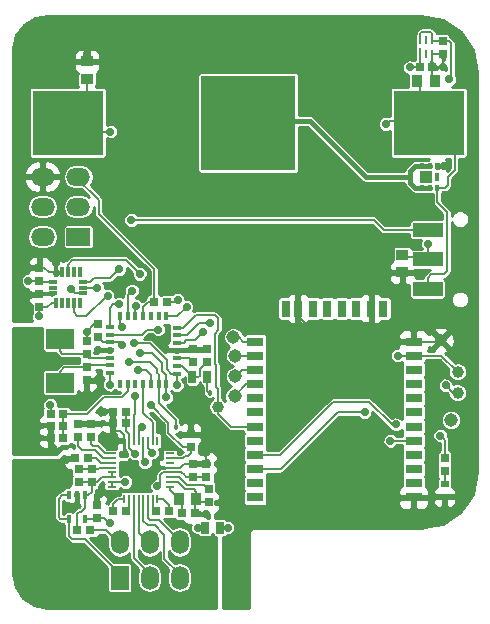
<source format=gtl>
G04 (created by PCBNEW (2013-05-31 BZR 4019)-stable) date 6/2/2014 4:07:52 PM*
%MOIN*%
G04 Gerber Fmt 3.4, Leading zero omitted, Abs format*
%FSLAX34Y34*%
G01*
G70*
G90*
G04 APERTURE LIST*
%ADD10C,0.00590551*%
%ADD11C,0.0394*%
%ADD12R,0.0315X0.0275*%
%ADD13R,0.025X0.04*%
%ADD14R,0.0944882X0.0669291*%
%ADD15R,0.0275X0.0315*%
%ADD16R,0.015748X0.0259843*%
%ADD17R,0.0551181X0.0314961*%
%ADD18R,0.0314961X0.0551181*%
%ADD19R,0.0275X0.0235*%
%ADD20R,0.0787X0.06*%
%ADD21O,0.0787X0.06*%
%ADD22R,0.011811X0.0364173*%
%ADD23R,0.0314961X0.011811*%
%ADD24R,0.0315X0.0138*%
%ADD25R,0.0138X0.0315*%
%ADD26R,0.00787402X0.0314961*%
%ADD27R,0.0314961X0.00787402*%
%ADD28R,0.0984252X0.0472441*%
%ADD29R,0.23622X0.216535*%
%ADD30R,0.314961X0.314961*%
%ADD31R,0.0394X0.0354*%
%ADD32R,0.0354X0.0394*%
%ADD33R,0.015748X0.0187008*%
%ADD34R,0.0393701X0.0413386*%
%ADD35R,0.0110236X0.0295276*%
%ADD36R,0.0110236X0.0334646*%
%ADD37C,0.045*%
%ADD38C,0.1875*%
%ADD39O,0.0590551X0.0787402*%
%ADD40R,0.0590551X0.0787402*%
%ADD41C,0.028*%
%ADD42C,0.018*%
%ADD43C,0.007*%
%ADD44C,0.016*%
%ADD45C,0.008*%
%ADD46C,0.01*%
G04 APERTURE END LIST*
G54D10*
G54D11*
X92450Y-44350D03*
X91900Y-43300D03*
X84460Y-45510D03*
X92450Y-45050D03*
G54D12*
X82771Y-42030D03*
X82339Y-42030D03*
X79316Y-46150D03*
X78884Y-46150D03*
X78884Y-45750D03*
X79316Y-45750D03*
G54D13*
X83614Y-44530D03*
X84116Y-44530D03*
G54D14*
X79205Y-43251D03*
X79205Y-44708D03*
G54D15*
X80085Y-43314D03*
X80085Y-43746D03*
G54D12*
X79316Y-46550D03*
X78884Y-46550D03*
G54D15*
X80455Y-43191D03*
X80455Y-42759D03*
X80085Y-44636D03*
X80085Y-44204D03*
X83635Y-44026D03*
X83635Y-43594D03*
X91955Y-33334D03*
X91955Y-33766D03*
X84095Y-44026D03*
X84095Y-43594D03*
G54D12*
X91184Y-34200D03*
X91616Y-34200D03*
G54D15*
X92025Y-47666D03*
X92025Y-47234D03*
X80235Y-46521D03*
X80235Y-46089D03*
X79815Y-46521D03*
X79815Y-46089D03*
G54D12*
X79774Y-49635D03*
X80206Y-49635D03*
G54D15*
X79840Y-48031D03*
X79840Y-47599D03*
X83560Y-46429D03*
X83560Y-46861D03*
G54D12*
X81391Y-46050D03*
X80959Y-46050D03*
X81391Y-45680D03*
X80959Y-45680D03*
G54D15*
X83645Y-47841D03*
X83645Y-47409D03*
X84070Y-47841D03*
X84070Y-47409D03*
G54D12*
X80136Y-47225D03*
X79704Y-47225D03*
G54D15*
X80254Y-48026D03*
X80254Y-47594D03*
G54D12*
X82836Y-48990D03*
X82404Y-48990D03*
X81391Y-49000D03*
X80959Y-49000D03*
G54D15*
X84150Y-48259D03*
X84150Y-48691D03*
G54D12*
X83254Y-49065D03*
X83686Y-49065D03*
G54D16*
X80019Y-48455D03*
X79500Y-48455D03*
X79760Y-48455D03*
X79500Y-49255D03*
X80019Y-49255D03*
G54D17*
X90987Y-48539D03*
X90987Y-48067D03*
X90987Y-47594D03*
X90987Y-47122D03*
X90987Y-46650D03*
X90987Y-46177D03*
X90987Y-45705D03*
X90987Y-45232D03*
X90987Y-44760D03*
X90987Y-44287D03*
X90987Y-43815D03*
X90987Y-43342D03*
X85712Y-43342D03*
X85712Y-43815D03*
X85712Y-44287D03*
X85712Y-44760D03*
X85712Y-45232D03*
X85712Y-45705D03*
X85712Y-46177D03*
X85712Y-46650D03*
X85712Y-47122D03*
X85712Y-47594D03*
X85712Y-48067D03*
X85712Y-48539D03*
G54D18*
X86735Y-42240D03*
X87129Y-42240D03*
X87641Y-42240D03*
X88113Y-42240D03*
X88586Y-42240D03*
X89058Y-42240D03*
X89570Y-42240D03*
X89964Y-42240D03*
G54D19*
X92025Y-48084D03*
X92025Y-48516D03*
G54D15*
X80420Y-49211D03*
X80420Y-48779D03*
G54D20*
X79813Y-39850D03*
G54D21*
X78617Y-39850D03*
X79813Y-38850D03*
X78617Y-38850D03*
X79813Y-37850D03*
X78617Y-37850D03*
G54D15*
X78510Y-42191D03*
X78510Y-41759D03*
X78510Y-41316D03*
X78510Y-40884D03*
G54D22*
X79853Y-41033D03*
X79656Y-41033D03*
X79066Y-41033D03*
X79263Y-41033D03*
X79460Y-41033D03*
X79460Y-42046D03*
X79263Y-42046D03*
X79066Y-42046D03*
X79656Y-42046D03*
X79853Y-42046D03*
G54D23*
X78958Y-41540D03*
X79961Y-41540D03*
X78958Y-41736D03*
X78958Y-41343D03*
X79961Y-41736D03*
X79961Y-41343D03*
G54D24*
X80850Y-43110D03*
X80850Y-43366D03*
X80850Y-43622D03*
X80850Y-43878D03*
G54D25*
X81204Y-44745D03*
X81460Y-44745D03*
X81716Y-44745D03*
X81972Y-44745D03*
X82228Y-44745D03*
X82484Y-44745D03*
X82740Y-44745D03*
G54D24*
X80850Y-42854D03*
X83095Y-44410D03*
X83095Y-44154D03*
X83095Y-43898D03*
X83095Y-43622D03*
X83095Y-43386D03*
X83095Y-43130D03*
X83095Y-42874D03*
G54D25*
X82740Y-42500D03*
X82484Y-42500D03*
X82228Y-42500D03*
X81972Y-42500D03*
X81716Y-42500D03*
X81460Y-42500D03*
X81204Y-42500D03*
G54D24*
X80850Y-44134D03*
X80850Y-44390D03*
G54D26*
X81504Y-48597D03*
X81662Y-48597D03*
X81819Y-48597D03*
X81977Y-48597D03*
X82449Y-48597D03*
G54D27*
X82872Y-48174D03*
X82872Y-48017D03*
X82872Y-47859D03*
X82872Y-47702D03*
X82872Y-47545D03*
X82872Y-47387D03*
G54D26*
X81347Y-48597D03*
G54D27*
X82872Y-47230D03*
X82872Y-47072D03*
G54D26*
X82449Y-46649D03*
X82292Y-46649D03*
X82134Y-46649D03*
X81977Y-46649D03*
X81819Y-46649D03*
X81662Y-46649D03*
X81504Y-46649D03*
X81347Y-46649D03*
G54D27*
X80924Y-47072D03*
X80924Y-47230D03*
X80924Y-47387D03*
X80924Y-47545D03*
G54D26*
X82134Y-48597D03*
X82292Y-48597D03*
G54D27*
X80924Y-47702D03*
X80924Y-47859D03*
X80924Y-48017D03*
X80924Y-48174D03*
G54D28*
X91450Y-40600D03*
X91450Y-41584D03*
X91450Y-39615D03*
G54D29*
X91498Y-36050D03*
X79451Y-36050D03*
G54D30*
X85475Y-36050D03*
G54D31*
X80100Y-34596D03*
X80100Y-34004D03*
G54D32*
X91104Y-34640D03*
X91696Y-34640D03*
G54D31*
X90615Y-40444D03*
X90615Y-41036D03*
G54D32*
X83154Y-48575D03*
X83746Y-48575D03*
G54D33*
X91780Y-38209D03*
X91269Y-38209D03*
X91525Y-38209D03*
X91525Y-37490D03*
X91269Y-37490D03*
X91780Y-37490D03*
G54D34*
X91406Y-37850D03*
G54D16*
X91780Y-37850D03*
G54D35*
X91405Y-33756D03*
X91601Y-33756D03*
X91601Y-33303D03*
X91405Y-33303D03*
X91208Y-33303D03*
G54D36*
X91208Y-33736D03*
G54D37*
X85020Y-45150D03*
X92230Y-45960D03*
X85040Y-44500D03*
X85030Y-43810D03*
X84980Y-43200D03*
G54D38*
X78750Y-51100D03*
X78750Y-33600D03*
G54D39*
X83190Y-50016D03*
X83190Y-51213D03*
G54D40*
X81190Y-51213D03*
G54D39*
X81190Y-50016D03*
X82190Y-51213D03*
X82190Y-50016D03*
G54D13*
X84531Y-49545D03*
X84029Y-49545D03*
G54D41*
X78870Y-45460D03*
X80870Y-36340D03*
X90050Y-36090D03*
X90210Y-46650D03*
X84200Y-42725D03*
X89350Y-45700D03*
X92050Y-44800D03*
X90400Y-46100D03*
X91875Y-46475D03*
X83950Y-43025D03*
X81175Y-42095D03*
X82465Y-42940D03*
X83800Y-49545D03*
X82440Y-48170D03*
X80870Y-49400D03*
X81380Y-48020D03*
X81265Y-43465D03*
X78500Y-42500D03*
X78145Y-41320D03*
X84785Y-49545D03*
X83120Y-41940D03*
G54D42*
X84190Y-45050D03*
G54D41*
X90870Y-34200D03*
X90450Y-43810D03*
X81690Y-47075D03*
X78200Y-41775D03*
X82260Y-47750D03*
X79400Y-47290D03*
X79550Y-48860D03*
X82690Y-43540D03*
X91970Y-34180D03*
X92000Y-37475D03*
X80100Y-33750D03*
G54D42*
X87360Y-42960D03*
G54D41*
X79050Y-40725D03*
X84050Y-49075D03*
X80540Y-48420D03*
X78970Y-46890D03*
X80670Y-45680D03*
X90460Y-48540D03*
X80455Y-44590D03*
X80450Y-43635D03*
X80085Y-43010D03*
X83920Y-47025D03*
X81862Y-41087D03*
X83420Y-42190D03*
X81725Y-42140D03*
X81600Y-41650D03*
X81855Y-43730D03*
X81920Y-46200D03*
X80430Y-41540D03*
X82740Y-45205D03*
X81505Y-44030D03*
X79560Y-41600D03*
G54D42*
X83055Y-46205D03*
G54D41*
X82280Y-47045D03*
X81660Y-43395D03*
X83095Y-44795D03*
X82030Y-47360D03*
X80785Y-41815D03*
X92175Y-34600D03*
X91475Y-40100D03*
X81570Y-39290D03*
X81710Y-45155D03*
X81250Y-42860D03*
X80850Y-44780D03*
X82240Y-45465D03*
X81800Y-44305D03*
X81175Y-40925D03*
G54D43*
X91780Y-38209D02*
X92040Y-38209D01*
X92125Y-38125D02*
X92125Y-37850D01*
X92040Y-38209D02*
X92125Y-38125D01*
X92125Y-37850D02*
X92350Y-37625D01*
X92350Y-36831D02*
X91503Y-35985D01*
X92350Y-37625D02*
X92350Y-36831D01*
X91780Y-38209D02*
X91780Y-38705D01*
X91450Y-41225D02*
X91575Y-41100D01*
X91575Y-41100D02*
X92000Y-41100D01*
X92000Y-41100D02*
X92100Y-41000D01*
X92100Y-41000D02*
X92100Y-39025D01*
X92100Y-39025D02*
X91785Y-38710D01*
X91450Y-41225D02*
X91450Y-41584D01*
X91780Y-38705D02*
X91785Y-38710D01*
X80100Y-34516D02*
X80100Y-35341D01*
X80100Y-35341D02*
X79456Y-35985D01*
X78884Y-45474D02*
X78870Y-45460D01*
X78884Y-45474D02*
X78884Y-45750D01*
X92240Y-36721D02*
X91503Y-35985D01*
X80870Y-36340D02*
X79811Y-36340D01*
X79811Y-36340D02*
X79456Y-35985D01*
X90155Y-35985D02*
X91503Y-35985D01*
X90050Y-36090D02*
X90155Y-35985D01*
X91184Y-34640D02*
X91184Y-35665D01*
X91184Y-35665D02*
X91503Y-35985D01*
X83095Y-43898D02*
X83507Y-43898D01*
X83507Y-43898D02*
X83635Y-44026D01*
X83279Y-44154D02*
X83614Y-44489D01*
X83865Y-44480D02*
X83865Y-44256D01*
X83614Y-44530D02*
X83815Y-44530D01*
X83815Y-44530D02*
X83865Y-44480D01*
X83865Y-44256D02*
X84095Y-44026D01*
X83095Y-44154D02*
X83279Y-44154D01*
X83614Y-44489D02*
X83614Y-44530D01*
G54D44*
X90875Y-37850D02*
X90875Y-37650D01*
X91034Y-37490D02*
X91269Y-37490D01*
X90875Y-37650D02*
X91034Y-37490D01*
X90875Y-37850D02*
X90875Y-38050D01*
X91034Y-38209D02*
X91269Y-38209D01*
X90875Y-38050D02*
X91034Y-38209D01*
X91525Y-38209D02*
X91269Y-38209D01*
X91525Y-37490D02*
X91269Y-37490D01*
X90875Y-37850D02*
X89390Y-37850D01*
X89390Y-37850D02*
X87525Y-35985D01*
X87525Y-35985D02*
X85480Y-35985D01*
G54D43*
X79316Y-46150D02*
X79316Y-46550D01*
X79316Y-45750D02*
X79316Y-46150D01*
X79316Y-45750D02*
X80100Y-45750D01*
X80650Y-45200D02*
X81250Y-45200D01*
X81250Y-45200D02*
X81460Y-44989D01*
X81460Y-44989D02*
X81460Y-44745D01*
X80100Y-45750D02*
X80650Y-45200D01*
X84400Y-44275D02*
X84400Y-44125D01*
X84470Y-42955D02*
X84350Y-43075D01*
X84400Y-44275D02*
X84400Y-44850D01*
X84400Y-44850D02*
X84460Y-44910D01*
X84460Y-45510D02*
X84460Y-44910D01*
X83300Y-42874D02*
X83095Y-42874D01*
X83725Y-42450D02*
X84350Y-42450D01*
X83300Y-42874D02*
X83725Y-42450D01*
X84350Y-42450D02*
X84470Y-42570D01*
X84470Y-42570D02*
X84470Y-42955D01*
X84350Y-44075D02*
X84350Y-43075D01*
X84400Y-44125D02*
X84350Y-44075D01*
X85712Y-46177D02*
X84897Y-46177D01*
X84460Y-45740D02*
X84897Y-46177D01*
X84460Y-45740D02*
X84460Y-45510D01*
X84470Y-45500D02*
X84460Y-45510D01*
X83825Y-42725D02*
X84200Y-42725D01*
X90987Y-46650D02*
X90210Y-46650D01*
X90210Y-46650D02*
X90210Y-46650D01*
X83419Y-43130D02*
X83095Y-43130D01*
X83419Y-43130D02*
X83825Y-42725D01*
X80924Y-47230D02*
X80620Y-47230D01*
X79815Y-46835D02*
X79815Y-46521D01*
X79940Y-46960D02*
X79815Y-46835D01*
X80350Y-46960D02*
X79940Y-46960D01*
X80620Y-47230D02*
X80350Y-46960D01*
X80924Y-47072D02*
X80712Y-47072D01*
X80235Y-46760D02*
X80235Y-46521D01*
X80285Y-46810D02*
X80235Y-46760D01*
X80450Y-46810D02*
X80285Y-46810D01*
X80712Y-47072D02*
X80450Y-46810D01*
X81347Y-48597D02*
X81127Y-48597D01*
X80959Y-48766D02*
X80959Y-49000D01*
X81127Y-48597D02*
X80959Y-48766D01*
X81504Y-48597D02*
X81504Y-48886D01*
X81504Y-48886D02*
X81391Y-49000D01*
X82292Y-48597D02*
X82292Y-48878D01*
X82292Y-48878D02*
X82404Y-48990D01*
X82449Y-48597D02*
X82632Y-48597D01*
X82836Y-48801D02*
X82836Y-48990D01*
X82632Y-48597D02*
X82836Y-48801D01*
X80019Y-48455D02*
X80019Y-48895D01*
X79774Y-49081D02*
X79774Y-49635D01*
X79840Y-49015D02*
X79774Y-49081D01*
X79900Y-49015D02*
X79840Y-49015D01*
X80019Y-48895D02*
X79900Y-49015D01*
X80254Y-48320D02*
X80254Y-48340D01*
X80254Y-48026D02*
X80254Y-48320D01*
X80140Y-48455D02*
X80019Y-48455D01*
X80254Y-48340D02*
X80140Y-48455D01*
G54D45*
X80254Y-48026D02*
X79861Y-48026D01*
X80924Y-47859D02*
X80599Y-47859D01*
X80432Y-48026D02*
X80254Y-48026D01*
X80599Y-47859D02*
X80432Y-48026D01*
X80924Y-47859D02*
X80924Y-47702D01*
X80254Y-47594D02*
X79861Y-47594D01*
X80924Y-47545D02*
X80520Y-47545D01*
X80470Y-47594D02*
X80254Y-47594D01*
X80520Y-47545D02*
X80470Y-47594D01*
G54D43*
X82872Y-47859D02*
X83159Y-47859D01*
X84016Y-48125D02*
X84150Y-48259D01*
X83425Y-48125D02*
X84016Y-48125D01*
X83159Y-47859D02*
X83425Y-48125D01*
X80924Y-47387D02*
X80562Y-47387D01*
X80400Y-47225D02*
X80136Y-47225D01*
X80562Y-47387D02*
X80400Y-47225D01*
X83254Y-49065D02*
X83254Y-48675D01*
X83254Y-48675D02*
X83154Y-48575D01*
X82872Y-48174D02*
X82872Y-48293D01*
X82872Y-48293D02*
X83154Y-48575D01*
X92450Y-45050D02*
X92300Y-45050D01*
X86555Y-47594D02*
X88450Y-45700D01*
X88450Y-45700D02*
X89100Y-45700D01*
X86555Y-47594D02*
X85712Y-47594D01*
X89350Y-45700D02*
X89100Y-45700D01*
X92300Y-45050D02*
X92050Y-44800D01*
X86527Y-47122D02*
X88300Y-45350D01*
X88300Y-45350D02*
X89500Y-45350D01*
X89500Y-45350D02*
X90250Y-46100D01*
X90250Y-46100D02*
X90400Y-46100D01*
X85712Y-47122D02*
X86527Y-47122D01*
X83915Y-43085D02*
X83915Y-43060D01*
X92025Y-47234D02*
X92025Y-46625D01*
X83328Y-43386D02*
X83095Y-43386D01*
X83695Y-43305D02*
X83915Y-43085D01*
X83410Y-43305D02*
X83695Y-43305D01*
X83328Y-43386D02*
X83410Y-43305D01*
X92025Y-46625D02*
X91875Y-46475D01*
X83915Y-43060D02*
X83950Y-43025D01*
X85712Y-44287D02*
X85252Y-44287D01*
X85252Y-44287D02*
X85040Y-44500D01*
X80850Y-42214D02*
X80970Y-42095D01*
X80970Y-42095D02*
X81175Y-42095D01*
X80850Y-42214D02*
X80850Y-42854D01*
X82462Y-42942D02*
X82092Y-42942D01*
X82462Y-42942D02*
X82465Y-42940D01*
X85712Y-44760D02*
X85409Y-44760D01*
X85409Y-44760D02*
X85020Y-45150D01*
X85020Y-45150D02*
X84930Y-45150D01*
X80850Y-43110D02*
X81924Y-43110D01*
X81924Y-43110D02*
X82092Y-42942D01*
X82092Y-42942D02*
X82095Y-42940D01*
X84092Y-49545D02*
X83800Y-49545D01*
X82872Y-47702D02*
X82617Y-47702D01*
X82530Y-48080D02*
X82440Y-48170D01*
X82530Y-47790D02*
X82530Y-48080D01*
X82617Y-47702D02*
X82530Y-47790D01*
X80681Y-49211D02*
X80870Y-49400D01*
X80681Y-49211D02*
X80420Y-49211D01*
X80924Y-48017D02*
X81377Y-48017D01*
X81377Y-48017D02*
X81380Y-48020D01*
X82872Y-47702D02*
X83247Y-47702D01*
X83247Y-47702D02*
X83350Y-47805D01*
X83386Y-47841D02*
X83350Y-47805D01*
X83645Y-47841D02*
X83386Y-47841D01*
X80920Y-48179D02*
X80924Y-48174D01*
X84070Y-47841D02*
X83645Y-47841D01*
X80924Y-48017D02*
X80924Y-48174D01*
X80019Y-49255D02*
X80376Y-49255D01*
X80376Y-49255D02*
X80420Y-49211D01*
X81662Y-48597D02*
X81662Y-50572D01*
X81662Y-50572D02*
X82190Y-51100D01*
X81819Y-48597D02*
X81819Y-49729D01*
X81819Y-49729D02*
X82190Y-50100D01*
X82680Y-50590D02*
X83190Y-51100D01*
X82680Y-49780D02*
X82680Y-50590D01*
X82370Y-49470D02*
X82680Y-49780D01*
X82120Y-49470D02*
X82370Y-49470D01*
X81977Y-49327D02*
X82120Y-49470D01*
X81977Y-48597D02*
X81977Y-49327D01*
X83190Y-50100D02*
X83190Y-49990D01*
X82210Y-49290D02*
X82134Y-49214D01*
X82490Y-49290D02*
X82210Y-49290D01*
X83190Y-49990D02*
X82490Y-49290D01*
X82134Y-49214D02*
X82134Y-48597D01*
X80850Y-43366D02*
X81166Y-43366D01*
X81166Y-43366D02*
X81265Y-43465D01*
X78510Y-42490D02*
X78500Y-42500D01*
X78510Y-42191D02*
X78510Y-42490D01*
X78510Y-41316D02*
X78149Y-41316D01*
X78149Y-41316D02*
X78145Y-41320D01*
X84468Y-49545D02*
X84785Y-49545D01*
X80850Y-43366D02*
X80630Y-43366D01*
X80630Y-43366D02*
X80455Y-43191D01*
X83030Y-42030D02*
X83120Y-41940D01*
X82771Y-42030D02*
X83030Y-42030D01*
X84116Y-44976D02*
X84190Y-45050D01*
X90455Y-43815D02*
X90450Y-43810D01*
X84116Y-44530D02*
X84116Y-44976D01*
X90987Y-43815D02*
X91915Y-43815D01*
X91915Y-43815D02*
X92450Y-44350D01*
X91184Y-34200D02*
X90870Y-34200D01*
X81504Y-46889D02*
X81690Y-47075D01*
X81504Y-46649D02*
X81504Y-46889D01*
X90455Y-43815D02*
X90987Y-43815D01*
X79066Y-42046D02*
X78923Y-42046D01*
X78779Y-42191D02*
X78510Y-42191D01*
X78923Y-42046D02*
X78779Y-42191D01*
X78958Y-41343D02*
X78537Y-41343D01*
X78537Y-41343D02*
X78510Y-41316D01*
X91208Y-33736D02*
X91208Y-34175D01*
X91208Y-34175D02*
X91184Y-34200D01*
X81391Y-46050D02*
X81391Y-45680D01*
X81504Y-46649D02*
X81504Y-46429D01*
X81391Y-46316D02*
X81391Y-46050D01*
X81504Y-46429D02*
X81391Y-46316D01*
X78216Y-41759D02*
X78200Y-41775D01*
X78510Y-41759D02*
X78216Y-41759D01*
X80455Y-42759D02*
X80336Y-42759D01*
X80336Y-42759D02*
X80085Y-43010D01*
X82872Y-47545D02*
X82465Y-47545D01*
X82465Y-47545D02*
X82260Y-47750D01*
X79704Y-47225D02*
X79465Y-47225D01*
X79465Y-47225D02*
X79400Y-47290D01*
X79760Y-48455D02*
X79760Y-48650D01*
X79760Y-48650D02*
X79550Y-48860D01*
X83095Y-43622D02*
X82772Y-43622D01*
X82772Y-43622D02*
X82690Y-43540D01*
X82872Y-48017D02*
X83120Y-48017D01*
X83746Y-48346D02*
X83746Y-48575D01*
X83664Y-48264D02*
X83746Y-48346D01*
X83367Y-48264D02*
X83664Y-48264D01*
X83120Y-48017D02*
X83367Y-48264D01*
X91780Y-37490D02*
X91984Y-37490D01*
X91984Y-37490D02*
X92000Y-37475D01*
X80100Y-34084D02*
X80100Y-33750D01*
X90987Y-43342D02*
X91857Y-43342D01*
X91857Y-43342D02*
X91900Y-43300D01*
X87360Y-42960D02*
X87360Y-42710D01*
X87350Y-42710D02*
X87360Y-42710D01*
X87360Y-42710D02*
X89570Y-42710D01*
X90202Y-43342D02*
X89570Y-42710D01*
X79066Y-41033D02*
X79066Y-40741D01*
X79066Y-40741D02*
X79050Y-40725D01*
X83686Y-49065D02*
X84040Y-49065D01*
X84040Y-49065D02*
X84050Y-49075D01*
X80420Y-48779D02*
X80420Y-48540D01*
X80420Y-48540D02*
X80540Y-48420D01*
X91955Y-33766D02*
X91955Y-34165D01*
X91955Y-34165D02*
X91970Y-34180D01*
X91616Y-34200D02*
X91950Y-34200D01*
X91950Y-34200D02*
X91970Y-34180D01*
X78510Y-40884D02*
X78510Y-40790D01*
X78884Y-46550D02*
X78884Y-46804D01*
X78884Y-46804D02*
X78970Y-46890D01*
X80959Y-45680D02*
X80670Y-45680D01*
X90460Y-48539D02*
X90460Y-48540D01*
X90987Y-48539D02*
X90460Y-48539D01*
X87129Y-42240D02*
X87129Y-42489D01*
X87129Y-42489D02*
X87350Y-42710D01*
X90987Y-43342D02*
X90202Y-43342D01*
X89570Y-42710D02*
X89570Y-42240D01*
X91616Y-34640D02*
X91616Y-34200D01*
X78884Y-46150D02*
X78884Y-46550D01*
X80409Y-44636D02*
X80455Y-44590D01*
X80409Y-44636D02*
X80085Y-44636D01*
X80850Y-43622D02*
X80462Y-43622D01*
X80462Y-43622D02*
X80450Y-43635D01*
X84070Y-47175D02*
X83920Y-47025D01*
X84070Y-47409D02*
X84070Y-47175D01*
X83920Y-47025D02*
X83920Y-46575D01*
X83774Y-46429D02*
X83560Y-46429D01*
X83920Y-46575D02*
X83774Y-46429D01*
X79066Y-41033D02*
X79263Y-41033D01*
X78510Y-40884D02*
X78679Y-40884D01*
X78679Y-40884D02*
X78828Y-41033D01*
X78828Y-41033D02*
X79066Y-41033D01*
X78958Y-41736D02*
X78532Y-41736D01*
X78532Y-41736D02*
X78510Y-41759D01*
X91601Y-33756D02*
X91945Y-33756D01*
X91945Y-33756D02*
X91955Y-33766D01*
X91616Y-34200D02*
X91616Y-33770D01*
X91616Y-33770D02*
X91601Y-33756D01*
X80085Y-43010D02*
X80085Y-43314D01*
X83686Y-48715D02*
X83686Y-49065D01*
X81347Y-46649D02*
X81347Y-46470D01*
X80959Y-46269D02*
X80959Y-46050D01*
X81020Y-46330D02*
X80959Y-46269D01*
X81207Y-46330D02*
X81020Y-46330D01*
X81347Y-46470D02*
X81207Y-46330D01*
X80959Y-46050D02*
X80274Y-46050D01*
X80274Y-46050D02*
X80235Y-46089D01*
X80235Y-46089D02*
X79815Y-46089D01*
X80959Y-46050D02*
X80959Y-45680D01*
X82872Y-47545D02*
X83190Y-47545D01*
X83326Y-47409D02*
X83645Y-47409D01*
X83190Y-47545D02*
X83326Y-47409D01*
X84070Y-48691D02*
X83710Y-48691D01*
X83710Y-48691D02*
X83686Y-48715D01*
X83645Y-47409D02*
X84070Y-47409D01*
G54D46*
X83635Y-43594D02*
X84095Y-43594D01*
X83095Y-43622D02*
X83606Y-43622D01*
X83606Y-43622D02*
X83635Y-43594D01*
G54D43*
X79460Y-41033D02*
X79460Y-40775D01*
X79460Y-40775D02*
X79610Y-40625D01*
X83109Y-42500D02*
X82740Y-42500D01*
X83420Y-42190D02*
X83109Y-42500D01*
X81862Y-41087D02*
X81400Y-40625D01*
X79610Y-40625D02*
X81400Y-40625D01*
X85712Y-43815D02*
X85035Y-43815D01*
X85035Y-43815D02*
X85030Y-43810D01*
X81725Y-42140D02*
X81716Y-42148D01*
X81716Y-42148D02*
X81716Y-42500D01*
X84980Y-43200D02*
X85150Y-43200D01*
X85292Y-43342D02*
X85712Y-43342D01*
X85150Y-43200D02*
X85292Y-43342D01*
X81460Y-41789D02*
X81460Y-42500D01*
X81460Y-41789D02*
X81600Y-41650D01*
X85710Y-43345D02*
X85712Y-43342D01*
X82595Y-44060D02*
X82265Y-43730D01*
X82735Y-44470D02*
X82595Y-44330D01*
X82595Y-44330D02*
X82595Y-44060D01*
X82740Y-44470D02*
X82740Y-44745D01*
X82740Y-44470D02*
X82735Y-44470D01*
X82265Y-43730D02*
X81855Y-43730D01*
X81819Y-46300D02*
X81819Y-46649D01*
X81819Y-46300D02*
X81920Y-46200D01*
X79961Y-41540D02*
X80430Y-41540D01*
X82740Y-44745D02*
X82740Y-45204D01*
X82740Y-45204D02*
X82740Y-45205D01*
X82420Y-44255D02*
X82195Y-44030D01*
X82195Y-44030D02*
X81505Y-44030D01*
X82484Y-44745D02*
X82484Y-44439D01*
X82484Y-44439D02*
X82420Y-44375D01*
X82420Y-44375D02*
X82420Y-44255D01*
X79696Y-41736D02*
X79961Y-41736D01*
X79560Y-41600D02*
X79696Y-41736D01*
X82484Y-44745D02*
X82484Y-45399D01*
X83055Y-45970D02*
X83055Y-46205D01*
X82484Y-45399D02*
X83055Y-45970D01*
X82134Y-46649D02*
X82134Y-46899D01*
X82134Y-46899D02*
X82280Y-47045D01*
X92025Y-48084D02*
X92025Y-47666D01*
X80850Y-44134D02*
X80154Y-44134D01*
X80154Y-44134D02*
X80085Y-44204D01*
X80085Y-44204D02*
X79341Y-44204D01*
X79341Y-44204D02*
X79205Y-44340D01*
X79205Y-44340D02*
X79205Y-44708D01*
X80085Y-43746D02*
X80085Y-43785D01*
X80178Y-43878D02*
X80850Y-43878D01*
X80085Y-43785D02*
X80178Y-43878D01*
X80085Y-43746D02*
X79281Y-43746D01*
X79205Y-43670D02*
X79205Y-43251D01*
X79281Y-43746D02*
X79205Y-43670D01*
X80206Y-49635D02*
X80725Y-49635D01*
X80725Y-49635D02*
X81190Y-50100D01*
X81660Y-43395D02*
X82185Y-43395D01*
X82755Y-43965D02*
X82185Y-43395D01*
X81977Y-46649D02*
X81977Y-47307D01*
X83095Y-44795D02*
X83095Y-44794D01*
X83095Y-44794D02*
X83095Y-44410D01*
X81977Y-47307D02*
X82030Y-47360D01*
X80750Y-41815D02*
X80785Y-41815D01*
X80080Y-42485D02*
X80750Y-41815D01*
X79770Y-42485D02*
X80080Y-42485D01*
X79656Y-42371D02*
X79770Y-42485D01*
X79656Y-42046D02*
X79656Y-42371D01*
X82755Y-43965D02*
X82750Y-43965D01*
X83095Y-44410D02*
X82900Y-44410D01*
X82755Y-44265D02*
X82755Y-43965D01*
X82900Y-44410D02*
X82755Y-44265D01*
X79500Y-48455D02*
X79275Y-48455D01*
X79215Y-49255D02*
X79500Y-49255D01*
X79150Y-49190D02*
X79215Y-49255D01*
X79150Y-48580D02*
X79150Y-49190D01*
X79275Y-48455D02*
X79150Y-48580D01*
X79500Y-49255D02*
X79500Y-49820D01*
X80020Y-49930D02*
X81190Y-51100D01*
X79610Y-49930D02*
X80020Y-49930D01*
X79500Y-49820D02*
X79610Y-49930D01*
X92230Y-34545D02*
X92230Y-33405D01*
X91955Y-33334D02*
X92159Y-33334D01*
X92230Y-33405D02*
X92159Y-33334D01*
X92175Y-34600D02*
X92230Y-34545D01*
X91450Y-40125D02*
X91450Y-40600D01*
X91475Y-40100D02*
X91450Y-40125D01*
X90615Y-40524D02*
X91374Y-40524D01*
X91374Y-40524D02*
X91450Y-40600D01*
X91208Y-33303D02*
X91208Y-33071D01*
X91601Y-33076D02*
X91601Y-33303D01*
X91550Y-33025D02*
X91601Y-33076D01*
X91255Y-33025D02*
X91550Y-33025D01*
X91208Y-33071D02*
X91255Y-33025D01*
X91955Y-33334D02*
X91632Y-33334D01*
X91632Y-33334D02*
X91601Y-33303D01*
X91450Y-39615D02*
X89985Y-39615D01*
X81570Y-39290D02*
X89660Y-39290D01*
X89985Y-39615D02*
X89660Y-39290D01*
X82292Y-46649D02*
X82292Y-46032D01*
X81972Y-45712D02*
X81972Y-44745D01*
X82292Y-46032D02*
X81972Y-45712D01*
X81204Y-42789D02*
X81204Y-42814D01*
X81662Y-46649D02*
X81662Y-45787D01*
X81204Y-42789D02*
X81204Y-42500D01*
X81710Y-45740D02*
X81710Y-45155D01*
X81662Y-45787D02*
X81710Y-45740D01*
X81204Y-42814D02*
X81250Y-42860D01*
X80850Y-44779D02*
X80850Y-44780D01*
X83296Y-46861D02*
X82815Y-46380D01*
X82815Y-46380D02*
X82815Y-46040D01*
X82815Y-46040D02*
X82240Y-45465D01*
X83560Y-46861D02*
X83296Y-46861D01*
X80850Y-44779D02*
X80850Y-44390D01*
X82872Y-47230D02*
X83284Y-47230D01*
X83560Y-47050D02*
X83560Y-46861D01*
X83470Y-47140D02*
X83560Y-47050D01*
X83375Y-47140D02*
X83470Y-47140D01*
X83284Y-47230D02*
X83375Y-47140D01*
X83554Y-46855D02*
X83560Y-46861D01*
X82339Y-42030D02*
X82339Y-40939D01*
X80490Y-38625D02*
X79715Y-37850D01*
X80490Y-39090D02*
X80490Y-38625D01*
X82339Y-40939D02*
X80490Y-39090D01*
X81972Y-42500D02*
X81972Y-42202D01*
X82145Y-42030D02*
X82339Y-42030D01*
X81972Y-42202D02*
X82145Y-42030D01*
X82228Y-44745D02*
X82228Y-44463D01*
X82070Y-44305D02*
X81800Y-44305D01*
X82228Y-44463D02*
X82070Y-44305D01*
X79961Y-41343D02*
X80206Y-41343D01*
X80875Y-41225D02*
X81175Y-40925D01*
X80325Y-41225D02*
X80875Y-41225D01*
X80206Y-41343D02*
X80325Y-41225D01*
G54D10*
G36*
X79124Y-41083D02*
X79095Y-41083D01*
X79036Y-41083D01*
X79016Y-41083D01*
X79008Y-41083D01*
X79008Y-40983D01*
X79016Y-40983D01*
X79036Y-40983D01*
X79095Y-40983D01*
X79124Y-40983D01*
X79124Y-41083D01*
X79124Y-41083D01*
G37*
G54D46*
X79124Y-41083D02*
X79095Y-41083D01*
X79036Y-41083D01*
X79016Y-41083D01*
X79008Y-41083D01*
X79008Y-40983D01*
X79016Y-40983D01*
X79036Y-40983D01*
X79095Y-40983D01*
X79124Y-40983D01*
X79124Y-41083D01*
G54D10*
G36*
X79861Y-48834D02*
X79834Y-48861D01*
X79828Y-48862D01*
X79780Y-48871D01*
X79730Y-48905D01*
X79730Y-48905D01*
X79664Y-48971D01*
X79633Y-49017D01*
X79602Y-49005D01*
X79555Y-49005D01*
X79397Y-49005D01*
X79353Y-49023D01*
X79319Y-49057D01*
X79305Y-49092D01*
X79305Y-48644D01*
X79306Y-48643D01*
X79312Y-48657D01*
X79348Y-48693D01*
X79395Y-48713D01*
X79446Y-48713D01*
X79464Y-48713D01*
X79469Y-48726D01*
X79539Y-48796D01*
X79631Y-48834D01*
X79658Y-48834D01*
X79720Y-48772D01*
X79720Y-48505D01*
X79707Y-48505D01*
X79707Y-48405D01*
X79720Y-48405D01*
X79720Y-48397D01*
X79799Y-48397D01*
X79799Y-48405D01*
X79812Y-48405D01*
X79812Y-48505D01*
X79799Y-48505D01*
X79799Y-48772D01*
X79861Y-48834D01*
X79861Y-48834D01*
G37*
G54D46*
X79861Y-48834D02*
X79834Y-48861D01*
X79828Y-48862D01*
X79780Y-48871D01*
X79730Y-48905D01*
X79730Y-48905D01*
X79664Y-48971D01*
X79633Y-49017D01*
X79602Y-49005D01*
X79555Y-49005D01*
X79397Y-49005D01*
X79353Y-49023D01*
X79319Y-49057D01*
X79305Y-49092D01*
X79305Y-48644D01*
X79306Y-48643D01*
X79312Y-48657D01*
X79348Y-48693D01*
X79395Y-48713D01*
X79446Y-48713D01*
X79464Y-48713D01*
X79469Y-48726D01*
X79539Y-48796D01*
X79631Y-48834D01*
X79658Y-48834D01*
X79720Y-48772D01*
X79720Y-48505D01*
X79707Y-48505D01*
X79707Y-48405D01*
X79720Y-48405D01*
X79720Y-48397D01*
X79799Y-48397D01*
X79799Y-48405D01*
X79812Y-48405D01*
X79812Y-48505D01*
X79799Y-48505D01*
X79799Y-48772D01*
X79861Y-48834D01*
G54D10*
G36*
X80142Y-43364D02*
X80135Y-43364D01*
X80135Y-43371D01*
X80035Y-43371D01*
X80035Y-43364D01*
X80027Y-43364D01*
X80027Y-43264D01*
X80035Y-43264D01*
X80035Y-43256D01*
X80135Y-43256D01*
X80135Y-43264D01*
X80142Y-43264D01*
X80142Y-43364D01*
X80142Y-43364D01*
G37*
G54D46*
X80142Y-43364D02*
X80135Y-43364D01*
X80135Y-43371D01*
X80035Y-43371D01*
X80035Y-43364D01*
X80027Y-43364D01*
X80027Y-43264D01*
X80035Y-43264D01*
X80035Y-43256D01*
X80135Y-43256D01*
X80135Y-43264D01*
X80142Y-43264D01*
X80142Y-43364D01*
G54D10*
G36*
X80512Y-42809D02*
X80505Y-42809D01*
X80505Y-42816D01*
X80405Y-42816D01*
X80405Y-42809D01*
X80397Y-42809D01*
X80397Y-42709D01*
X80405Y-42709D01*
X80405Y-42701D01*
X80505Y-42701D01*
X80505Y-42709D01*
X80512Y-42709D01*
X80512Y-42809D01*
X80512Y-42809D01*
G37*
G54D46*
X80512Y-42809D02*
X80505Y-42809D01*
X80505Y-42816D01*
X80405Y-42816D01*
X80405Y-42809D01*
X80397Y-42809D01*
X80397Y-42709D01*
X80405Y-42709D01*
X80405Y-42701D01*
X80505Y-42701D01*
X80505Y-42709D01*
X80512Y-42709D01*
X80512Y-42809D01*
G54D10*
G36*
X80908Y-43657D02*
X80900Y-43657D01*
X80900Y-43680D01*
X80800Y-43680D01*
X80800Y-43657D01*
X80505Y-43657D01*
X80442Y-43719D01*
X80442Y-43723D01*
X80342Y-43723D01*
X80342Y-43692D01*
X80364Y-43683D01*
X80434Y-43612D01*
X80462Y-43545D01*
X80505Y-43588D01*
X80800Y-43588D01*
X80800Y-43565D01*
X80900Y-43565D01*
X80900Y-43588D01*
X80908Y-43588D01*
X80908Y-43657D01*
X80908Y-43657D01*
G37*
G54D46*
X80908Y-43657D02*
X80900Y-43657D01*
X80900Y-43680D01*
X80800Y-43680D01*
X80800Y-43657D01*
X80505Y-43657D01*
X80442Y-43719D01*
X80442Y-43723D01*
X80342Y-43723D01*
X80342Y-43692D01*
X80364Y-43683D01*
X80434Y-43612D01*
X80462Y-43545D01*
X80505Y-43588D01*
X80800Y-43588D01*
X80800Y-43565D01*
X80900Y-43565D01*
X80900Y-43588D01*
X80908Y-43588D01*
X80908Y-43657D01*
G54D10*
G36*
X81207Y-45023D02*
X81185Y-45045D01*
X80650Y-45045D01*
X80590Y-45056D01*
X80540Y-45090D01*
X80472Y-45158D01*
X80472Y-44843D01*
X80472Y-44748D01*
X80410Y-44686D01*
X80135Y-44686D01*
X80135Y-44981D01*
X80197Y-45043D01*
X80172Y-45043D01*
X80272Y-45043D01*
X80364Y-45005D01*
X80434Y-44934D01*
X80472Y-44843D01*
X80472Y-45158D01*
X80035Y-45595D01*
X79593Y-45595D01*
X79593Y-45588D01*
X79575Y-45544D01*
X79541Y-45510D01*
X79497Y-45492D01*
X79449Y-45492D01*
X79134Y-45492D01*
X79129Y-45494D01*
X79130Y-45408D01*
X79090Y-45312D01*
X79017Y-45239D01*
X78921Y-45200D01*
X78818Y-45199D01*
X78722Y-45239D01*
X78649Y-45312D01*
X78610Y-45408D01*
X78609Y-45511D01*
X78624Y-45545D01*
X78606Y-45588D01*
X78606Y-45636D01*
X78606Y-45791D01*
X78585Y-45800D01*
X78514Y-45870D01*
X78476Y-45962D01*
X78476Y-46062D01*
X78476Y-46037D01*
X78539Y-46100D01*
X78834Y-46100D01*
X78834Y-46092D01*
X78934Y-46092D01*
X78934Y-46100D01*
X78941Y-46100D01*
X78941Y-46200D01*
X78934Y-46200D01*
X78934Y-46225D01*
X78934Y-46475D01*
X78934Y-46500D01*
X78941Y-46500D01*
X78941Y-46600D01*
X78934Y-46600D01*
X78934Y-46875D01*
X78996Y-46937D01*
X79091Y-46937D01*
X79182Y-46899D01*
X79253Y-46829D01*
X79262Y-46807D01*
X79497Y-46807D01*
X79541Y-46789D01*
X79575Y-46755D01*
X79578Y-46748D01*
X79609Y-46780D01*
X79653Y-46798D01*
X79660Y-46798D01*
X79660Y-46835D01*
X79660Y-46837D01*
X79653Y-46837D01*
X79653Y-46899D01*
X79591Y-46837D01*
X79496Y-46837D01*
X79405Y-46875D01*
X79380Y-46900D01*
X79279Y-46900D01*
X79079Y-47100D01*
X78834Y-47100D01*
X78834Y-46875D01*
X78834Y-46600D01*
X78834Y-46500D01*
X78834Y-46475D01*
X78834Y-46225D01*
X78834Y-46200D01*
X78809Y-46200D01*
X78771Y-46162D01*
X78676Y-46162D01*
X78586Y-46200D01*
X78539Y-46200D01*
X78476Y-46262D01*
X78476Y-46237D01*
X78476Y-46337D01*
X78481Y-46350D01*
X78476Y-46362D01*
X78476Y-46462D01*
X78476Y-46437D01*
X78539Y-46500D01*
X78586Y-46500D01*
X78676Y-46537D01*
X78771Y-46537D01*
X78809Y-46500D01*
X78834Y-46500D01*
X78834Y-46600D01*
X78539Y-46600D01*
X78476Y-46662D01*
X78476Y-46637D01*
X78476Y-46737D01*
X78514Y-46829D01*
X78585Y-46899D01*
X78676Y-46937D01*
X78771Y-46937D01*
X78834Y-46875D01*
X78834Y-47100D01*
X77639Y-47100D01*
X77639Y-42900D01*
X78612Y-42900D01*
X78612Y-42940D01*
X78612Y-43610D01*
X78630Y-43654D01*
X78664Y-43687D01*
X78708Y-43706D01*
X78756Y-43706D01*
X79057Y-43706D01*
X79061Y-43729D01*
X79095Y-43779D01*
X79171Y-43855D01*
X79171Y-43855D01*
X79221Y-43889D01*
X79221Y-43889D01*
X79269Y-43898D01*
X79280Y-43901D01*
X79280Y-43900D01*
X79281Y-43901D01*
X79827Y-43901D01*
X79827Y-43927D01*
X79845Y-43971D01*
X79849Y-43974D01*
X79845Y-43978D01*
X79827Y-44022D01*
X79827Y-44049D01*
X79341Y-44049D01*
X79281Y-44060D01*
X79231Y-44094D01*
X79231Y-44094D01*
X79231Y-44094D01*
X79095Y-44230D01*
X79079Y-44253D01*
X78708Y-44253D01*
X78664Y-44271D01*
X78630Y-44305D01*
X78612Y-44349D01*
X78612Y-44397D01*
X78612Y-45066D01*
X78630Y-45110D01*
X78664Y-45144D01*
X78708Y-45162D01*
X78756Y-45163D01*
X79701Y-45163D01*
X79745Y-45144D01*
X79779Y-45111D01*
X79797Y-45066D01*
X79797Y-45019D01*
X79797Y-44997D01*
X79805Y-45005D01*
X79897Y-45043D01*
X79997Y-45043D01*
X79972Y-45043D01*
X80035Y-44981D01*
X80035Y-44686D01*
X80027Y-44686D01*
X80027Y-44586D01*
X80035Y-44586D01*
X80035Y-44578D01*
X80135Y-44578D01*
X80135Y-44586D01*
X80410Y-44586D01*
X80472Y-44523D01*
X80472Y-44428D01*
X80434Y-44337D01*
X80387Y-44289D01*
X80576Y-44289D01*
X80573Y-44297D01*
X80572Y-44345D01*
X80572Y-44483D01*
X80591Y-44527D01*
X80624Y-44561D01*
X80669Y-44579D01*
X80682Y-44579D01*
X80629Y-44632D01*
X80590Y-44728D01*
X80589Y-44831D01*
X80629Y-44927D01*
X80702Y-45000D01*
X80798Y-45039D01*
X80901Y-45040D01*
X80997Y-45000D01*
X81031Y-44966D01*
X81033Y-44971D01*
X81067Y-45005D01*
X81111Y-45023D01*
X81159Y-45023D01*
X81207Y-45023D01*
X81207Y-45023D01*
G37*
G54D46*
X81207Y-45023D02*
X81185Y-45045D01*
X80650Y-45045D01*
X80590Y-45056D01*
X80540Y-45090D01*
X80472Y-45158D01*
X80472Y-44843D01*
X80472Y-44748D01*
X80410Y-44686D01*
X80135Y-44686D01*
X80135Y-44981D01*
X80197Y-45043D01*
X80172Y-45043D01*
X80272Y-45043D01*
X80364Y-45005D01*
X80434Y-44934D01*
X80472Y-44843D01*
X80472Y-45158D01*
X80035Y-45595D01*
X79593Y-45595D01*
X79593Y-45588D01*
X79575Y-45544D01*
X79541Y-45510D01*
X79497Y-45492D01*
X79449Y-45492D01*
X79134Y-45492D01*
X79129Y-45494D01*
X79130Y-45408D01*
X79090Y-45312D01*
X79017Y-45239D01*
X78921Y-45200D01*
X78818Y-45199D01*
X78722Y-45239D01*
X78649Y-45312D01*
X78610Y-45408D01*
X78609Y-45511D01*
X78624Y-45545D01*
X78606Y-45588D01*
X78606Y-45636D01*
X78606Y-45791D01*
X78585Y-45800D01*
X78514Y-45870D01*
X78476Y-45962D01*
X78476Y-46062D01*
X78476Y-46037D01*
X78539Y-46100D01*
X78834Y-46100D01*
X78834Y-46092D01*
X78934Y-46092D01*
X78934Y-46100D01*
X78941Y-46100D01*
X78941Y-46200D01*
X78934Y-46200D01*
X78934Y-46225D01*
X78934Y-46475D01*
X78934Y-46500D01*
X78941Y-46500D01*
X78941Y-46600D01*
X78934Y-46600D01*
X78934Y-46875D01*
X78996Y-46937D01*
X79091Y-46937D01*
X79182Y-46899D01*
X79253Y-46829D01*
X79262Y-46807D01*
X79497Y-46807D01*
X79541Y-46789D01*
X79575Y-46755D01*
X79578Y-46748D01*
X79609Y-46780D01*
X79653Y-46798D01*
X79660Y-46798D01*
X79660Y-46835D01*
X79660Y-46837D01*
X79653Y-46837D01*
X79653Y-46899D01*
X79591Y-46837D01*
X79496Y-46837D01*
X79405Y-46875D01*
X79380Y-46900D01*
X79279Y-46900D01*
X79079Y-47100D01*
X78834Y-47100D01*
X78834Y-46875D01*
X78834Y-46600D01*
X78834Y-46500D01*
X78834Y-46475D01*
X78834Y-46225D01*
X78834Y-46200D01*
X78809Y-46200D01*
X78771Y-46162D01*
X78676Y-46162D01*
X78586Y-46200D01*
X78539Y-46200D01*
X78476Y-46262D01*
X78476Y-46237D01*
X78476Y-46337D01*
X78481Y-46350D01*
X78476Y-46362D01*
X78476Y-46462D01*
X78476Y-46437D01*
X78539Y-46500D01*
X78586Y-46500D01*
X78676Y-46537D01*
X78771Y-46537D01*
X78809Y-46500D01*
X78834Y-46500D01*
X78834Y-46600D01*
X78539Y-46600D01*
X78476Y-46662D01*
X78476Y-46637D01*
X78476Y-46737D01*
X78514Y-46829D01*
X78585Y-46899D01*
X78676Y-46937D01*
X78771Y-46937D01*
X78834Y-46875D01*
X78834Y-47100D01*
X77639Y-47100D01*
X77639Y-42900D01*
X78612Y-42900D01*
X78612Y-42940D01*
X78612Y-43610D01*
X78630Y-43654D01*
X78664Y-43687D01*
X78708Y-43706D01*
X78756Y-43706D01*
X79057Y-43706D01*
X79061Y-43729D01*
X79095Y-43779D01*
X79171Y-43855D01*
X79171Y-43855D01*
X79221Y-43889D01*
X79221Y-43889D01*
X79269Y-43898D01*
X79280Y-43901D01*
X79280Y-43900D01*
X79281Y-43901D01*
X79827Y-43901D01*
X79827Y-43927D01*
X79845Y-43971D01*
X79849Y-43974D01*
X79845Y-43978D01*
X79827Y-44022D01*
X79827Y-44049D01*
X79341Y-44049D01*
X79281Y-44060D01*
X79231Y-44094D01*
X79231Y-44094D01*
X79231Y-44094D01*
X79095Y-44230D01*
X79079Y-44253D01*
X78708Y-44253D01*
X78664Y-44271D01*
X78630Y-44305D01*
X78612Y-44349D01*
X78612Y-44397D01*
X78612Y-45066D01*
X78630Y-45110D01*
X78664Y-45144D01*
X78708Y-45162D01*
X78756Y-45163D01*
X79701Y-45163D01*
X79745Y-45144D01*
X79779Y-45111D01*
X79797Y-45066D01*
X79797Y-45019D01*
X79797Y-44997D01*
X79805Y-45005D01*
X79897Y-45043D01*
X79997Y-45043D01*
X79972Y-45043D01*
X80035Y-44981D01*
X80035Y-44686D01*
X80027Y-44686D01*
X80027Y-44586D01*
X80035Y-44586D01*
X80035Y-44578D01*
X80135Y-44578D01*
X80135Y-44586D01*
X80410Y-44586D01*
X80472Y-44523D01*
X80472Y-44428D01*
X80434Y-44337D01*
X80387Y-44289D01*
X80576Y-44289D01*
X80573Y-44297D01*
X80572Y-44345D01*
X80572Y-44483D01*
X80591Y-44527D01*
X80624Y-44561D01*
X80669Y-44579D01*
X80682Y-44579D01*
X80629Y-44632D01*
X80590Y-44728D01*
X80589Y-44831D01*
X80629Y-44927D01*
X80702Y-45000D01*
X80798Y-45039D01*
X80901Y-45040D01*
X80997Y-45000D01*
X81031Y-44966D01*
X81033Y-44971D01*
X81067Y-45005D01*
X81111Y-45023D01*
X81159Y-45023D01*
X81207Y-45023D01*
G54D10*
G36*
X81439Y-47150D02*
X81196Y-47150D01*
X81201Y-47135D01*
X81201Y-47088D01*
X81201Y-47033D01*
X81258Y-47057D01*
X81265Y-47057D01*
X81327Y-46994D01*
X81327Y-46699D01*
X81120Y-46699D01*
X81057Y-46762D01*
X81057Y-46757D01*
X81057Y-46857D01*
X81081Y-46913D01*
X81058Y-46913D01*
X80772Y-46913D01*
X80559Y-46700D01*
X80509Y-46666D01*
X80492Y-46663D01*
X80492Y-46654D01*
X80492Y-46467D01*
X80514Y-46458D01*
X80584Y-46387D01*
X80603Y-46342D01*
X80660Y-46399D01*
X80751Y-46437D01*
X80846Y-46437D01*
X80909Y-46375D01*
X80909Y-46100D01*
X80614Y-46100D01*
X80567Y-46146D01*
X80560Y-46139D01*
X80551Y-46139D01*
X80551Y-46137D01*
X80551Y-46139D01*
X80285Y-46139D01*
X80285Y-46146D01*
X80185Y-46146D01*
X80185Y-46139D01*
X80140Y-46139D01*
X79910Y-46139D01*
X79865Y-46139D01*
X79865Y-46146D01*
X79765Y-46146D01*
X79765Y-46139D01*
X79757Y-46139D01*
X79757Y-46039D01*
X79765Y-46039D01*
X79765Y-46031D01*
X79865Y-46031D01*
X79865Y-46039D01*
X79910Y-46039D01*
X80140Y-46039D01*
X80185Y-46039D01*
X80185Y-46031D01*
X80285Y-46031D01*
X80285Y-46039D01*
X80560Y-46039D01*
X80606Y-45992D01*
X80614Y-46000D01*
X80630Y-46000D01*
X80660Y-46029D01*
X80751Y-46067D01*
X80846Y-46067D01*
X80909Y-46005D01*
X80909Y-46000D01*
X80909Y-45730D01*
X80909Y-45725D01*
X80846Y-45662D01*
X80751Y-45662D01*
X80660Y-45700D01*
X80630Y-45730D01*
X80614Y-45730D01*
X80569Y-45774D01*
X80514Y-45719D01*
X80422Y-45681D01*
X80387Y-45681D01*
X80551Y-45517D01*
X80551Y-45592D01*
X80551Y-45567D01*
X80614Y-45630D01*
X80909Y-45630D01*
X80909Y-45622D01*
X81009Y-45622D01*
X81009Y-45630D01*
X81016Y-45630D01*
X81016Y-45717D01*
X81009Y-45725D01*
X81009Y-45730D01*
X81009Y-46000D01*
X81009Y-46005D01*
X81016Y-46012D01*
X81016Y-46100D01*
X81009Y-46100D01*
X81009Y-46375D01*
X81063Y-46429D01*
X81057Y-46442D01*
X81057Y-46541D01*
X81057Y-46537D01*
X81120Y-46599D01*
X81327Y-46599D01*
X81327Y-46591D01*
X81345Y-46591D01*
X81345Y-46830D01*
X81349Y-46841D01*
X81349Y-46889D01*
X81361Y-46949D01*
X81366Y-46957D01*
X81366Y-46994D01*
X81429Y-47057D01*
X81430Y-47057D01*
X81429Y-47126D01*
X81439Y-47150D01*
X81439Y-47150D01*
G37*
G54D46*
X81439Y-47150D02*
X81196Y-47150D01*
X81201Y-47135D01*
X81201Y-47088D01*
X81201Y-47033D01*
X81258Y-47057D01*
X81265Y-47057D01*
X81327Y-46994D01*
X81327Y-46699D01*
X81120Y-46699D01*
X81057Y-46762D01*
X81057Y-46757D01*
X81057Y-46857D01*
X81081Y-46913D01*
X81058Y-46913D01*
X80772Y-46913D01*
X80559Y-46700D01*
X80509Y-46666D01*
X80492Y-46663D01*
X80492Y-46654D01*
X80492Y-46467D01*
X80514Y-46458D01*
X80584Y-46387D01*
X80603Y-46342D01*
X80660Y-46399D01*
X80751Y-46437D01*
X80846Y-46437D01*
X80909Y-46375D01*
X80909Y-46100D01*
X80614Y-46100D01*
X80567Y-46146D01*
X80560Y-46139D01*
X80551Y-46139D01*
X80551Y-46137D01*
X80551Y-46139D01*
X80285Y-46139D01*
X80285Y-46146D01*
X80185Y-46146D01*
X80185Y-46139D01*
X80140Y-46139D01*
X79910Y-46139D01*
X79865Y-46139D01*
X79865Y-46146D01*
X79765Y-46146D01*
X79765Y-46139D01*
X79757Y-46139D01*
X79757Y-46039D01*
X79765Y-46039D01*
X79765Y-46031D01*
X79865Y-46031D01*
X79865Y-46039D01*
X79910Y-46039D01*
X80140Y-46039D01*
X80185Y-46039D01*
X80185Y-46031D01*
X80285Y-46031D01*
X80285Y-46039D01*
X80560Y-46039D01*
X80606Y-45992D01*
X80614Y-46000D01*
X80630Y-46000D01*
X80660Y-46029D01*
X80751Y-46067D01*
X80846Y-46067D01*
X80909Y-46005D01*
X80909Y-46000D01*
X80909Y-45730D01*
X80909Y-45725D01*
X80846Y-45662D01*
X80751Y-45662D01*
X80660Y-45700D01*
X80630Y-45730D01*
X80614Y-45730D01*
X80569Y-45774D01*
X80514Y-45719D01*
X80422Y-45681D01*
X80387Y-45681D01*
X80551Y-45517D01*
X80551Y-45592D01*
X80551Y-45567D01*
X80614Y-45630D01*
X80909Y-45630D01*
X80909Y-45622D01*
X81009Y-45622D01*
X81009Y-45630D01*
X81016Y-45630D01*
X81016Y-45717D01*
X81009Y-45725D01*
X81009Y-45730D01*
X81009Y-46000D01*
X81009Y-46005D01*
X81016Y-46012D01*
X81016Y-46100D01*
X81009Y-46100D01*
X81009Y-46375D01*
X81063Y-46429D01*
X81057Y-46442D01*
X81057Y-46541D01*
X81057Y-46537D01*
X81120Y-46599D01*
X81327Y-46599D01*
X81327Y-46591D01*
X81345Y-46591D01*
X81345Y-46830D01*
X81349Y-46841D01*
X81349Y-46889D01*
X81361Y-46949D01*
X81366Y-46957D01*
X81366Y-46994D01*
X81429Y-47057D01*
X81430Y-47057D01*
X81429Y-47126D01*
X81439Y-47150D01*
G54D10*
G36*
X83289Y-47014D02*
X83265Y-47030D01*
X83265Y-47030D01*
X83220Y-47075D01*
X83149Y-47075D01*
X83149Y-47009D01*
X83131Y-46965D01*
X83097Y-46931D01*
X83053Y-46913D01*
X83006Y-46913D01*
X82691Y-46913D01*
X82647Y-46931D01*
X82613Y-46965D01*
X82594Y-47009D01*
X82594Y-47056D01*
X82594Y-47135D01*
X82601Y-47151D01*
X82594Y-47166D01*
X82594Y-47214D01*
X82594Y-47250D01*
X82475Y-47250D01*
X82475Y-47431D01*
X82464Y-47455D01*
X82464Y-47462D01*
X82527Y-47525D01*
X82643Y-47525D01*
X82646Y-47528D01*
X82686Y-47545D01*
X82680Y-47547D01*
X82617Y-47547D01*
X82558Y-47559D01*
X82550Y-47564D01*
X82527Y-47564D01*
X82464Y-47627D01*
X82464Y-47634D01*
X82465Y-47635D01*
X82420Y-47680D01*
X82386Y-47730D01*
X82375Y-47790D01*
X82375Y-47915D01*
X82292Y-47949D01*
X82219Y-48022D01*
X82180Y-48118D01*
X82179Y-48221D01*
X82219Y-48317D01*
X82224Y-48322D01*
X82213Y-48326D01*
X82197Y-48320D01*
X82150Y-48320D01*
X82071Y-48320D01*
X82055Y-48326D01*
X82040Y-48320D01*
X81992Y-48320D01*
X81914Y-48320D01*
X81898Y-48326D01*
X81883Y-48320D01*
X81835Y-48320D01*
X81756Y-48320D01*
X81740Y-48326D01*
X81725Y-48320D01*
X81677Y-48320D01*
X81599Y-48320D01*
X81583Y-48326D01*
X81568Y-48320D01*
X81520Y-48320D01*
X81441Y-48320D01*
X81426Y-48326D01*
X81410Y-48320D01*
X81362Y-48320D01*
X81284Y-48320D01*
X81239Y-48338D01*
X81206Y-48372D01*
X81187Y-48416D01*
X81187Y-48442D01*
X81127Y-48442D01*
X81067Y-48454D01*
X81017Y-48488D01*
X80849Y-48656D01*
X80815Y-48706D01*
X80808Y-48742D01*
X80807Y-48742D01*
X80807Y-48742D01*
X80807Y-48728D01*
X80745Y-48728D01*
X80807Y-48666D01*
X80807Y-48571D01*
X80769Y-48480D01*
X80699Y-48409D01*
X80607Y-48371D01*
X80507Y-48371D01*
X80532Y-48371D01*
X80470Y-48434D01*
X80470Y-48729D01*
X80477Y-48729D01*
X80477Y-48829D01*
X80470Y-48829D01*
X80470Y-48836D01*
X80370Y-48836D01*
X80370Y-48829D01*
X80362Y-48829D01*
X80362Y-48729D01*
X80370Y-48729D01*
X80370Y-48441D01*
X80397Y-48399D01*
X80397Y-48399D01*
X80409Y-48340D01*
X80409Y-48340D01*
X80409Y-48320D01*
X80409Y-48304D01*
X80415Y-48304D01*
X80460Y-48286D01*
X80493Y-48252D01*
X80512Y-48208D01*
X80512Y-48162D01*
X80512Y-48162D01*
X80545Y-48139D01*
X80646Y-48038D01*
X80646Y-48080D01*
X80653Y-48096D01*
X80646Y-48111D01*
X80646Y-48159D01*
X80646Y-48238D01*
X80665Y-48282D01*
X80698Y-48315D01*
X80742Y-48334D01*
X80790Y-48334D01*
X80919Y-48334D01*
X80920Y-48334D01*
X80920Y-48334D01*
X81105Y-48334D01*
X81149Y-48316D01*
X81183Y-48282D01*
X81201Y-48238D01*
X81201Y-48209D01*
X81232Y-48240D01*
X81328Y-48279D01*
X81431Y-48280D01*
X81527Y-48240D01*
X81600Y-48167D01*
X81639Y-48071D01*
X81640Y-47968D01*
X81600Y-47872D01*
X81527Y-47799D01*
X81431Y-47760D01*
X81328Y-47759D01*
X81232Y-47799D01*
X81201Y-47830D01*
X81201Y-47796D01*
X81195Y-47781D01*
X81201Y-47765D01*
X81201Y-47718D01*
X81201Y-47639D01*
X81195Y-47623D01*
X81201Y-47608D01*
X81201Y-47560D01*
X81201Y-47481D01*
X81195Y-47466D01*
X81201Y-47450D01*
X81201Y-47403D01*
X81201Y-47350D01*
X81500Y-47350D01*
X81500Y-47252D01*
X81542Y-47295D01*
X81638Y-47334D01*
X81741Y-47335D01*
X81770Y-47323D01*
X81769Y-47411D01*
X81809Y-47507D01*
X81882Y-47580D01*
X81978Y-47619D01*
X82081Y-47620D01*
X82177Y-47580D01*
X82250Y-47507D01*
X82289Y-47411D01*
X82290Y-47308D01*
X82288Y-47305D01*
X82331Y-47305D01*
X82427Y-47265D01*
X82500Y-47192D01*
X82539Y-47096D01*
X82540Y-46993D01*
X82512Y-46927D01*
X82512Y-46927D01*
X82556Y-46909D01*
X82590Y-46875D01*
X82608Y-46831D01*
X82608Y-46783D01*
X82608Y-46468D01*
X82590Y-46424D01*
X82557Y-46390D01*
X82512Y-46372D01*
X82465Y-46372D01*
X82447Y-46372D01*
X82447Y-46032D01*
X82447Y-46032D01*
X82435Y-45972D01*
X82435Y-45972D01*
X82401Y-45922D01*
X82401Y-45922D01*
X82204Y-45724D01*
X82280Y-45725D01*
X82660Y-46104D01*
X82660Y-46380D01*
X82671Y-46439D01*
X82705Y-46489D01*
X83186Y-46970D01*
X83236Y-47004D01*
X83236Y-47004D01*
X83289Y-47014D01*
X83289Y-47014D01*
G37*
G54D46*
X83289Y-47014D02*
X83265Y-47030D01*
X83265Y-47030D01*
X83220Y-47075D01*
X83149Y-47075D01*
X83149Y-47009D01*
X83131Y-46965D01*
X83097Y-46931D01*
X83053Y-46913D01*
X83006Y-46913D01*
X82691Y-46913D01*
X82647Y-46931D01*
X82613Y-46965D01*
X82594Y-47009D01*
X82594Y-47056D01*
X82594Y-47135D01*
X82601Y-47151D01*
X82594Y-47166D01*
X82594Y-47214D01*
X82594Y-47250D01*
X82475Y-47250D01*
X82475Y-47431D01*
X82464Y-47455D01*
X82464Y-47462D01*
X82527Y-47525D01*
X82643Y-47525D01*
X82646Y-47528D01*
X82686Y-47545D01*
X82680Y-47547D01*
X82617Y-47547D01*
X82558Y-47559D01*
X82550Y-47564D01*
X82527Y-47564D01*
X82464Y-47627D01*
X82464Y-47634D01*
X82465Y-47635D01*
X82420Y-47680D01*
X82386Y-47730D01*
X82375Y-47790D01*
X82375Y-47915D01*
X82292Y-47949D01*
X82219Y-48022D01*
X82180Y-48118D01*
X82179Y-48221D01*
X82219Y-48317D01*
X82224Y-48322D01*
X82213Y-48326D01*
X82197Y-48320D01*
X82150Y-48320D01*
X82071Y-48320D01*
X82055Y-48326D01*
X82040Y-48320D01*
X81992Y-48320D01*
X81914Y-48320D01*
X81898Y-48326D01*
X81883Y-48320D01*
X81835Y-48320D01*
X81756Y-48320D01*
X81740Y-48326D01*
X81725Y-48320D01*
X81677Y-48320D01*
X81599Y-48320D01*
X81583Y-48326D01*
X81568Y-48320D01*
X81520Y-48320D01*
X81441Y-48320D01*
X81426Y-48326D01*
X81410Y-48320D01*
X81362Y-48320D01*
X81284Y-48320D01*
X81239Y-48338D01*
X81206Y-48372D01*
X81187Y-48416D01*
X81187Y-48442D01*
X81127Y-48442D01*
X81067Y-48454D01*
X81017Y-48488D01*
X80849Y-48656D01*
X80815Y-48706D01*
X80808Y-48742D01*
X80807Y-48742D01*
X80807Y-48742D01*
X80807Y-48728D01*
X80745Y-48728D01*
X80807Y-48666D01*
X80807Y-48571D01*
X80769Y-48480D01*
X80699Y-48409D01*
X80607Y-48371D01*
X80507Y-48371D01*
X80532Y-48371D01*
X80470Y-48434D01*
X80470Y-48729D01*
X80477Y-48729D01*
X80477Y-48829D01*
X80470Y-48829D01*
X80470Y-48836D01*
X80370Y-48836D01*
X80370Y-48829D01*
X80362Y-48829D01*
X80362Y-48729D01*
X80370Y-48729D01*
X80370Y-48441D01*
X80397Y-48399D01*
X80397Y-48399D01*
X80409Y-48340D01*
X80409Y-48340D01*
X80409Y-48320D01*
X80409Y-48304D01*
X80415Y-48304D01*
X80460Y-48286D01*
X80493Y-48252D01*
X80512Y-48208D01*
X80512Y-48162D01*
X80512Y-48162D01*
X80545Y-48139D01*
X80646Y-48038D01*
X80646Y-48080D01*
X80653Y-48096D01*
X80646Y-48111D01*
X80646Y-48159D01*
X80646Y-48238D01*
X80665Y-48282D01*
X80698Y-48315D01*
X80742Y-48334D01*
X80790Y-48334D01*
X80919Y-48334D01*
X80920Y-48334D01*
X80920Y-48334D01*
X81105Y-48334D01*
X81149Y-48316D01*
X81183Y-48282D01*
X81201Y-48238D01*
X81201Y-48209D01*
X81232Y-48240D01*
X81328Y-48279D01*
X81431Y-48280D01*
X81527Y-48240D01*
X81600Y-48167D01*
X81639Y-48071D01*
X81640Y-47968D01*
X81600Y-47872D01*
X81527Y-47799D01*
X81431Y-47760D01*
X81328Y-47759D01*
X81232Y-47799D01*
X81201Y-47830D01*
X81201Y-47796D01*
X81195Y-47781D01*
X81201Y-47765D01*
X81201Y-47718D01*
X81201Y-47639D01*
X81195Y-47623D01*
X81201Y-47608D01*
X81201Y-47560D01*
X81201Y-47481D01*
X81195Y-47466D01*
X81201Y-47450D01*
X81201Y-47403D01*
X81201Y-47350D01*
X81500Y-47350D01*
X81500Y-47252D01*
X81542Y-47295D01*
X81638Y-47334D01*
X81741Y-47335D01*
X81770Y-47323D01*
X81769Y-47411D01*
X81809Y-47507D01*
X81882Y-47580D01*
X81978Y-47619D01*
X82081Y-47620D01*
X82177Y-47580D01*
X82250Y-47507D01*
X82289Y-47411D01*
X82290Y-47308D01*
X82288Y-47305D01*
X82331Y-47305D01*
X82427Y-47265D01*
X82500Y-47192D01*
X82539Y-47096D01*
X82540Y-46993D01*
X82512Y-46927D01*
X82512Y-46927D01*
X82556Y-46909D01*
X82590Y-46875D01*
X82608Y-46831D01*
X82608Y-46783D01*
X82608Y-46468D01*
X82590Y-46424D01*
X82557Y-46390D01*
X82512Y-46372D01*
X82465Y-46372D01*
X82447Y-46372D01*
X82447Y-46032D01*
X82447Y-46032D01*
X82435Y-45972D01*
X82435Y-45972D01*
X82401Y-45922D01*
X82401Y-45922D01*
X82204Y-45724D01*
X82280Y-45725D01*
X82660Y-46104D01*
X82660Y-46380D01*
X82671Y-46439D01*
X82705Y-46489D01*
X83186Y-46970D01*
X83236Y-47004D01*
X83236Y-47004D01*
X83289Y-47014D01*
G54D10*
G36*
X83803Y-48625D02*
X83796Y-48625D01*
X83796Y-48680D01*
X83736Y-48739D01*
X83736Y-48677D01*
X83696Y-48677D01*
X83696Y-48625D01*
X83688Y-48625D01*
X83688Y-48525D01*
X83696Y-48525D01*
X83696Y-48517D01*
X83762Y-48517D01*
X83762Y-48578D01*
X83803Y-48619D01*
X83803Y-48625D01*
X83803Y-48625D01*
G37*
G54D46*
X83803Y-48625D02*
X83796Y-48625D01*
X83796Y-48680D01*
X83736Y-48739D01*
X83736Y-48677D01*
X83696Y-48677D01*
X83696Y-48625D01*
X83688Y-48625D01*
X83688Y-48525D01*
X83696Y-48525D01*
X83696Y-48517D01*
X83762Y-48517D01*
X83762Y-48578D01*
X83803Y-48619D01*
X83803Y-48625D01*
G54D10*
G36*
X84150Y-47459D02*
X84120Y-47459D01*
X84120Y-47466D01*
X84020Y-47466D01*
X84020Y-47459D01*
X83970Y-47459D01*
X83745Y-47459D01*
X83695Y-47459D01*
X83695Y-47466D01*
X83595Y-47466D01*
X83595Y-47459D01*
X83587Y-47459D01*
X83587Y-47359D01*
X83595Y-47359D01*
X83595Y-47351D01*
X83695Y-47351D01*
X83695Y-47359D01*
X83745Y-47359D01*
X83970Y-47359D01*
X84020Y-47359D01*
X84020Y-47309D01*
X84029Y-47300D01*
X84120Y-47300D01*
X84120Y-47359D01*
X84150Y-47359D01*
X84150Y-47459D01*
X84150Y-47459D01*
G37*
G54D46*
X84150Y-47459D02*
X84120Y-47459D01*
X84120Y-47466D01*
X84020Y-47466D01*
X84020Y-47459D01*
X83970Y-47459D01*
X83745Y-47459D01*
X83695Y-47459D01*
X83695Y-47466D01*
X83595Y-47466D01*
X83595Y-47459D01*
X83587Y-47459D01*
X83587Y-47359D01*
X83595Y-47359D01*
X83595Y-47351D01*
X83695Y-47351D01*
X83695Y-47359D01*
X83745Y-47359D01*
X83970Y-47359D01*
X84020Y-47359D01*
X84020Y-47309D01*
X84029Y-47300D01*
X84120Y-47300D01*
X84120Y-47359D01*
X84150Y-47359D01*
X84150Y-47459D01*
G54D10*
G36*
X84150Y-49224D02*
X84130Y-49224D01*
X84093Y-49224D01*
X84093Y-49152D01*
X84093Y-49177D01*
X84031Y-49115D01*
X83736Y-49115D01*
X83736Y-49122D01*
X83636Y-49122D01*
X83636Y-49115D01*
X83628Y-49115D01*
X83628Y-49022D01*
X83633Y-49022D01*
X83648Y-49007D01*
X83736Y-49007D01*
X83736Y-49015D01*
X83825Y-49015D01*
X83870Y-49060D01*
X83962Y-49098D01*
X84062Y-49098D01*
X84037Y-49098D01*
X84099Y-49036D01*
X84099Y-49098D01*
X84150Y-49098D01*
X84150Y-49224D01*
X84150Y-49224D01*
G37*
G54D46*
X84150Y-49224D02*
X84130Y-49224D01*
X84093Y-49224D01*
X84093Y-49152D01*
X84093Y-49177D01*
X84031Y-49115D01*
X83736Y-49115D01*
X83736Y-49122D01*
X83636Y-49122D01*
X83636Y-49115D01*
X83628Y-49115D01*
X83628Y-49022D01*
X83633Y-49022D01*
X83648Y-49007D01*
X83736Y-49007D01*
X83736Y-49015D01*
X83825Y-49015D01*
X83870Y-49060D01*
X83962Y-49098D01*
X84062Y-49098D01*
X84037Y-49098D01*
X84099Y-49036D01*
X84099Y-49098D01*
X84150Y-49098D01*
X84150Y-49224D01*
G54D10*
G36*
X84152Y-43644D02*
X84145Y-43644D01*
X84145Y-43651D01*
X84045Y-43651D01*
X84045Y-43644D01*
X83960Y-43644D01*
X83770Y-43644D01*
X83685Y-43644D01*
X83685Y-43651D01*
X83585Y-43651D01*
X83585Y-43644D01*
X83310Y-43644D01*
X83296Y-43657D01*
X83145Y-43657D01*
X83145Y-43680D01*
X83045Y-43680D01*
X83045Y-43657D01*
X82750Y-43657D01*
X82708Y-43699D01*
X82294Y-43285D01*
X82244Y-43251D01*
X82185Y-43240D01*
X82004Y-43240D01*
X82033Y-43220D01*
X82156Y-43097D01*
X82254Y-43097D01*
X82317Y-43160D01*
X82413Y-43199D01*
X82516Y-43200D01*
X82612Y-43160D01*
X82685Y-43087D01*
X82724Y-42991D01*
X82725Y-42888D01*
X82685Y-42792D01*
X82671Y-42778D01*
X82695Y-42778D01*
X82819Y-42778D01*
X82818Y-42781D01*
X82817Y-42829D01*
X82817Y-42967D01*
X82832Y-43002D01*
X82818Y-43037D01*
X82817Y-43085D01*
X82817Y-43223D01*
X82832Y-43258D01*
X82818Y-43293D01*
X82817Y-43333D01*
X82796Y-43342D01*
X82725Y-43412D01*
X82687Y-43504D01*
X82687Y-43525D01*
X82750Y-43588D01*
X83045Y-43588D01*
X83045Y-43575D01*
X83145Y-43575D01*
X83145Y-43588D01*
X83440Y-43588D01*
X83484Y-43544D01*
X83585Y-43544D01*
X83585Y-43536D01*
X83685Y-43536D01*
X83685Y-43544D01*
X83770Y-43544D01*
X83960Y-43544D01*
X84045Y-43544D01*
X84045Y-43536D01*
X84145Y-43536D01*
X84145Y-43544D01*
X84152Y-43544D01*
X84152Y-43644D01*
X84152Y-43644D01*
G37*
G54D46*
X84152Y-43644D02*
X84145Y-43644D01*
X84145Y-43651D01*
X84045Y-43651D01*
X84045Y-43644D01*
X83960Y-43644D01*
X83770Y-43644D01*
X83685Y-43644D01*
X83685Y-43651D01*
X83585Y-43651D01*
X83585Y-43644D01*
X83310Y-43644D01*
X83296Y-43657D01*
X83145Y-43657D01*
X83145Y-43680D01*
X83045Y-43680D01*
X83045Y-43657D01*
X82750Y-43657D01*
X82708Y-43699D01*
X82294Y-43285D01*
X82244Y-43251D01*
X82185Y-43240D01*
X82004Y-43240D01*
X82033Y-43220D01*
X82156Y-43097D01*
X82254Y-43097D01*
X82317Y-43160D01*
X82413Y-43199D01*
X82516Y-43200D01*
X82612Y-43160D01*
X82685Y-43087D01*
X82724Y-42991D01*
X82725Y-42888D01*
X82685Y-42792D01*
X82671Y-42778D01*
X82695Y-42778D01*
X82819Y-42778D01*
X82818Y-42781D01*
X82817Y-42829D01*
X82817Y-42967D01*
X82832Y-43002D01*
X82818Y-43037D01*
X82817Y-43085D01*
X82817Y-43223D01*
X82832Y-43258D01*
X82818Y-43293D01*
X82817Y-43333D01*
X82796Y-43342D01*
X82725Y-43412D01*
X82687Y-43504D01*
X82687Y-43525D01*
X82750Y-43588D01*
X83045Y-43588D01*
X83045Y-43575D01*
X83145Y-43575D01*
X83145Y-43588D01*
X83440Y-43588D01*
X83484Y-43544D01*
X83585Y-43544D01*
X83585Y-43536D01*
X83685Y-43536D01*
X83685Y-43544D01*
X83770Y-43544D01*
X83960Y-43544D01*
X84045Y-43544D01*
X84045Y-43536D01*
X84145Y-43536D01*
X84145Y-43544D01*
X84152Y-43544D01*
X84152Y-43644D01*
G54D10*
G36*
X84400Y-52210D02*
X78765Y-52210D01*
X78325Y-52123D01*
X77967Y-51883D01*
X77726Y-51522D01*
X77639Y-51086D01*
X77639Y-47300D01*
X79170Y-47300D01*
X79327Y-47143D01*
X79359Y-47175D01*
X79654Y-47175D01*
X79654Y-47167D01*
X79754Y-47167D01*
X79754Y-47175D01*
X79761Y-47175D01*
X79761Y-47275D01*
X79754Y-47275D01*
X79754Y-47282D01*
X79654Y-47282D01*
X79654Y-47275D01*
X79359Y-47275D01*
X79296Y-47337D01*
X79296Y-47312D01*
X79296Y-47412D01*
X79334Y-47504D01*
X79405Y-47574D01*
X79496Y-47612D01*
X79582Y-47612D01*
X79582Y-47780D01*
X79596Y-47815D01*
X79582Y-47849D01*
X79582Y-47897D01*
X79582Y-48095D01*
X79539Y-48113D01*
X79469Y-48183D01*
X79464Y-48196D01*
X79395Y-48196D01*
X79348Y-48215D01*
X79312Y-48252D01*
X79292Y-48299D01*
X79292Y-48300D01*
X79275Y-48300D01*
X79274Y-48300D01*
X79263Y-48302D01*
X79215Y-48311D01*
X79165Y-48345D01*
X79165Y-48345D01*
X79165Y-48345D01*
X79040Y-48470D01*
X79006Y-48520D01*
X78995Y-48580D01*
X78995Y-49190D01*
X79006Y-49249D01*
X79040Y-49299D01*
X79105Y-49364D01*
X79105Y-49364D01*
X79155Y-49398D01*
X79155Y-49398D01*
X79215Y-49410D01*
X79301Y-49410D01*
X79319Y-49452D01*
X79345Y-49478D01*
X79345Y-49820D01*
X79356Y-49879D01*
X79390Y-49929D01*
X79500Y-50039D01*
X79550Y-50073D01*
X79550Y-50073D01*
X79610Y-50085D01*
X79955Y-50085D01*
X80774Y-50903D01*
X80774Y-51630D01*
X80792Y-51674D01*
X80826Y-51708D01*
X80870Y-51727D01*
X80918Y-51727D01*
X81509Y-51727D01*
X81553Y-51708D01*
X81586Y-51675D01*
X81605Y-51631D01*
X81605Y-51583D01*
X81605Y-50795D01*
X81587Y-50751D01*
X81553Y-50718D01*
X81509Y-50699D01*
X81461Y-50699D01*
X81008Y-50699D01*
X80201Y-49892D01*
X80387Y-49892D01*
X80431Y-49874D01*
X80465Y-49840D01*
X80483Y-49796D01*
X80483Y-49790D01*
X80660Y-49790D01*
X80775Y-49904D01*
X80774Y-49908D01*
X80774Y-50125D01*
X80806Y-50283D01*
X80896Y-50418D01*
X81031Y-50508D01*
X81190Y-50540D01*
X81348Y-50508D01*
X81483Y-50418D01*
X81507Y-50383D01*
X81507Y-50572D01*
X81519Y-50631D01*
X81552Y-50681D01*
X81810Y-50939D01*
X81806Y-50945D01*
X81774Y-51104D01*
X81774Y-51321D01*
X81806Y-51480D01*
X81896Y-51615D01*
X82031Y-51705D01*
X82190Y-51737D01*
X82348Y-51705D01*
X82483Y-51615D01*
X82573Y-51480D01*
X82605Y-51321D01*
X82605Y-51104D01*
X82573Y-50945D01*
X82483Y-50811D01*
X82348Y-50721D01*
X82190Y-50689D01*
X82031Y-50721D01*
X82030Y-50721D01*
X81817Y-50508D01*
X81817Y-50300D01*
X81896Y-50418D01*
X82031Y-50508D01*
X82190Y-50540D01*
X82348Y-50508D01*
X82483Y-50418D01*
X82525Y-50356D01*
X82525Y-50590D01*
X82536Y-50649D01*
X82570Y-50699D01*
X82810Y-50939D01*
X82806Y-50945D01*
X82774Y-51104D01*
X82774Y-51321D01*
X82806Y-51480D01*
X82896Y-51615D01*
X83031Y-51705D01*
X83190Y-51737D01*
X83348Y-51705D01*
X83483Y-51615D01*
X83573Y-51480D01*
X83605Y-51321D01*
X83605Y-51104D01*
X83573Y-50945D01*
X83483Y-50811D01*
X83348Y-50721D01*
X83190Y-50689D01*
X83031Y-50721D01*
X83030Y-50721D01*
X82835Y-50525D01*
X82835Y-50326D01*
X82896Y-50418D01*
X83031Y-50508D01*
X83190Y-50540D01*
X83348Y-50508D01*
X83483Y-50418D01*
X83573Y-50283D01*
X83605Y-50125D01*
X83605Y-49908D01*
X83573Y-49749D01*
X83483Y-49614D01*
X83348Y-49524D01*
X83190Y-49492D01*
X83031Y-49524D01*
X82978Y-49559D01*
X82666Y-49247D01*
X82702Y-49247D01*
X82985Y-49247D01*
X82994Y-49270D01*
X83028Y-49304D01*
X83072Y-49322D01*
X83120Y-49322D01*
X83307Y-49322D01*
X83316Y-49344D01*
X83387Y-49414D01*
X83478Y-49452D01*
X83556Y-49452D01*
X83540Y-49493D01*
X83539Y-49596D01*
X83579Y-49692D01*
X83652Y-49765D01*
X83748Y-49804D01*
X83798Y-49804D01*
X83802Y-49812D01*
X83835Y-49846D01*
X83880Y-49864D01*
X83927Y-49865D01*
X84177Y-49865D01*
X84221Y-49846D01*
X84255Y-49813D01*
X84273Y-49768D01*
X84273Y-49744D01*
X84285Y-49756D01*
X84285Y-49768D01*
X84304Y-49812D01*
X84337Y-49846D01*
X84382Y-49864D01*
X84394Y-49864D01*
X84400Y-49870D01*
X84400Y-52210D01*
X84400Y-52210D01*
G37*
G54D46*
X84400Y-52210D02*
X78765Y-52210D01*
X78325Y-52123D01*
X77967Y-51883D01*
X77726Y-51522D01*
X77639Y-51086D01*
X77639Y-47300D01*
X79170Y-47300D01*
X79327Y-47143D01*
X79359Y-47175D01*
X79654Y-47175D01*
X79654Y-47167D01*
X79754Y-47167D01*
X79754Y-47175D01*
X79761Y-47175D01*
X79761Y-47275D01*
X79754Y-47275D01*
X79754Y-47282D01*
X79654Y-47282D01*
X79654Y-47275D01*
X79359Y-47275D01*
X79296Y-47337D01*
X79296Y-47312D01*
X79296Y-47412D01*
X79334Y-47504D01*
X79405Y-47574D01*
X79496Y-47612D01*
X79582Y-47612D01*
X79582Y-47780D01*
X79596Y-47815D01*
X79582Y-47849D01*
X79582Y-47897D01*
X79582Y-48095D01*
X79539Y-48113D01*
X79469Y-48183D01*
X79464Y-48196D01*
X79395Y-48196D01*
X79348Y-48215D01*
X79312Y-48252D01*
X79292Y-48299D01*
X79292Y-48300D01*
X79275Y-48300D01*
X79274Y-48300D01*
X79263Y-48302D01*
X79215Y-48311D01*
X79165Y-48345D01*
X79165Y-48345D01*
X79165Y-48345D01*
X79040Y-48470D01*
X79006Y-48520D01*
X78995Y-48580D01*
X78995Y-49190D01*
X79006Y-49249D01*
X79040Y-49299D01*
X79105Y-49364D01*
X79105Y-49364D01*
X79155Y-49398D01*
X79155Y-49398D01*
X79215Y-49410D01*
X79301Y-49410D01*
X79319Y-49452D01*
X79345Y-49478D01*
X79345Y-49820D01*
X79356Y-49879D01*
X79390Y-49929D01*
X79500Y-50039D01*
X79550Y-50073D01*
X79550Y-50073D01*
X79610Y-50085D01*
X79955Y-50085D01*
X80774Y-50903D01*
X80774Y-51630D01*
X80792Y-51674D01*
X80826Y-51708D01*
X80870Y-51727D01*
X80918Y-51727D01*
X81509Y-51727D01*
X81553Y-51708D01*
X81586Y-51675D01*
X81605Y-51631D01*
X81605Y-51583D01*
X81605Y-50795D01*
X81587Y-50751D01*
X81553Y-50718D01*
X81509Y-50699D01*
X81461Y-50699D01*
X81008Y-50699D01*
X80201Y-49892D01*
X80387Y-49892D01*
X80431Y-49874D01*
X80465Y-49840D01*
X80483Y-49796D01*
X80483Y-49790D01*
X80660Y-49790D01*
X80775Y-49904D01*
X80774Y-49908D01*
X80774Y-50125D01*
X80806Y-50283D01*
X80896Y-50418D01*
X81031Y-50508D01*
X81190Y-50540D01*
X81348Y-50508D01*
X81483Y-50418D01*
X81507Y-50383D01*
X81507Y-50572D01*
X81519Y-50631D01*
X81552Y-50681D01*
X81810Y-50939D01*
X81806Y-50945D01*
X81774Y-51104D01*
X81774Y-51321D01*
X81806Y-51480D01*
X81896Y-51615D01*
X82031Y-51705D01*
X82190Y-51737D01*
X82348Y-51705D01*
X82483Y-51615D01*
X82573Y-51480D01*
X82605Y-51321D01*
X82605Y-51104D01*
X82573Y-50945D01*
X82483Y-50811D01*
X82348Y-50721D01*
X82190Y-50689D01*
X82031Y-50721D01*
X82030Y-50721D01*
X81817Y-50508D01*
X81817Y-50300D01*
X81896Y-50418D01*
X82031Y-50508D01*
X82190Y-50540D01*
X82348Y-50508D01*
X82483Y-50418D01*
X82525Y-50356D01*
X82525Y-50590D01*
X82536Y-50649D01*
X82570Y-50699D01*
X82810Y-50939D01*
X82806Y-50945D01*
X82774Y-51104D01*
X82774Y-51321D01*
X82806Y-51480D01*
X82896Y-51615D01*
X83031Y-51705D01*
X83190Y-51737D01*
X83348Y-51705D01*
X83483Y-51615D01*
X83573Y-51480D01*
X83605Y-51321D01*
X83605Y-51104D01*
X83573Y-50945D01*
X83483Y-50811D01*
X83348Y-50721D01*
X83190Y-50689D01*
X83031Y-50721D01*
X83030Y-50721D01*
X82835Y-50525D01*
X82835Y-50326D01*
X82896Y-50418D01*
X83031Y-50508D01*
X83190Y-50540D01*
X83348Y-50508D01*
X83483Y-50418D01*
X83573Y-50283D01*
X83605Y-50125D01*
X83605Y-49908D01*
X83573Y-49749D01*
X83483Y-49614D01*
X83348Y-49524D01*
X83190Y-49492D01*
X83031Y-49524D01*
X82978Y-49559D01*
X82666Y-49247D01*
X82702Y-49247D01*
X82985Y-49247D01*
X82994Y-49270D01*
X83028Y-49304D01*
X83072Y-49322D01*
X83120Y-49322D01*
X83307Y-49322D01*
X83316Y-49344D01*
X83387Y-49414D01*
X83478Y-49452D01*
X83556Y-49452D01*
X83540Y-49493D01*
X83539Y-49596D01*
X83579Y-49692D01*
X83652Y-49765D01*
X83748Y-49804D01*
X83798Y-49804D01*
X83802Y-49812D01*
X83835Y-49846D01*
X83880Y-49864D01*
X83927Y-49865D01*
X84177Y-49865D01*
X84221Y-49846D01*
X84255Y-49813D01*
X84273Y-49768D01*
X84273Y-49744D01*
X84285Y-49756D01*
X84285Y-49768D01*
X84304Y-49812D01*
X84337Y-49846D01*
X84382Y-49864D01*
X84394Y-49864D01*
X84400Y-49870D01*
X84400Y-52210D01*
G54D10*
G36*
X91753Y-34690D02*
X91746Y-34690D01*
X91746Y-34697D01*
X91646Y-34697D01*
X91646Y-34690D01*
X91638Y-34690D01*
X91638Y-34590D01*
X91646Y-34590D01*
X91646Y-34587D01*
X91666Y-34587D01*
X91666Y-34525D01*
X91728Y-34587D01*
X91746Y-34587D01*
X91746Y-34590D01*
X91753Y-34590D01*
X91753Y-34690D01*
X91753Y-34690D01*
G37*
G54D46*
X91753Y-34690D02*
X91746Y-34690D01*
X91746Y-34697D01*
X91646Y-34697D01*
X91646Y-34690D01*
X91638Y-34690D01*
X91638Y-34590D01*
X91646Y-34590D01*
X91646Y-34587D01*
X91666Y-34587D01*
X91666Y-34525D01*
X91728Y-34587D01*
X91746Y-34587D01*
X91746Y-34590D01*
X91753Y-34590D01*
X91753Y-34690D01*
G54D10*
G36*
X92012Y-33816D02*
X92005Y-33816D01*
X92005Y-33968D01*
X91985Y-33920D01*
X91914Y-33850D01*
X91905Y-33846D01*
X91905Y-33816D01*
X91897Y-33816D01*
X91897Y-33716D01*
X91905Y-33716D01*
X91905Y-33708D01*
X92005Y-33708D01*
X92005Y-33716D01*
X92012Y-33716D01*
X92012Y-33816D01*
X92012Y-33816D01*
G37*
G54D46*
X92012Y-33816D02*
X92005Y-33816D01*
X92005Y-33968D01*
X91985Y-33920D01*
X91914Y-33850D01*
X91905Y-33846D01*
X91905Y-33816D01*
X91897Y-33816D01*
X91897Y-33716D01*
X91905Y-33716D01*
X91905Y-33708D01*
X92005Y-33708D01*
X92005Y-33716D01*
X92012Y-33716D01*
X92012Y-33816D01*
G54D10*
G36*
X92075Y-34291D02*
X92014Y-34230D01*
X91922Y-34192D01*
X91808Y-34193D01*
X91751Y-34250D01*
X91666Y-34250D01*
X91666Y-34257D01*
X91646Y-34257D01*
X91646Y-34255D01*
X91583Y-34193D01*
X91558Y-34192D01*
X91558Y-34150D01*
X91566Y-34150D01*
X91566Y-34099D01*
X91574Y-34091D01*
X91574Y-33989D01*
X91605Y-34064D01*
X91629Y-34088D01*
X91629Y-34091D01*
X91666Y-34128D01*
X91666Y-34150D01*
X91687Y-34150D01*
X91691Y-34154D01*
X91706Y-34154D01*
X91713Y-34151D01*
X91767Y-34173D01*
X91867Y-34173D01*
X91842Y-34173D01*
X91866Y-34150D01*
X91961Y-34150D01*
X92005Y-34106D01*
X92005Y-34111D01*
X92067Y-34173D01*
X92042Y-34173D01*
X92075Y-34173D01*
X92075Y-34291D01*
X92075Y-34291D01*
G37*
G54D46*
X92075Y-34291D02*
X92014Y-34230D01*
X91922Y-34192D01*
X91808Y-34193D01*
X91751Y-34250D01*
X91666Y-34250D01*
X91666Y-34257D01*
X91646Y-34257D01*
X91646Y-34255D01*
X91583Y-34193D01*
X91558Y-34192D01*
X91558Y-34150D01*
X91566Y-34150D01*
X91566Y-34099D01*
X91574Y-34091D01*
X91574Y-33989D01*
X91605Y-34064D01*
X91629Y-34088D01*
X91629Y-34091D01*
X91666Y-34128D01*
X91666Y-34150D01*
X91687Y-34150D01*
X91691Y-34154D01*
X91706Y-34154D01*
X91713Y-34151D01*
X91767Y-34173D01*
X91867Y-34173D01*
X91842Y-34173D01*
X91866Y-34150D01*
X91961Y-34150D01*
X92005Y-34106D01*
X92005Y-34111D01*
X92067Y-34173D01*
X92042Y-34173D01*
X92075Y-34173D01*
X92075Y-34291D01*
G54D10*
G36*
X92195Y-37560D02*
X92101Y-37654D01*
X92109Y-37634D01*
X92109Y-37599D01*
X92047Y-37537D01*
X91820Y-37537D01*
X91820Y-37548D01*
X91741Y-37548D01*
X91741Y-37537D01*
X91723Y-37537D01*
X91723Y-37496D01*
X91725Y-37490D01*
X91723Y-37484D01*
X91723Y-37443D01*
X91741Y-37443D01*
X91741Y-37432D01*
X91820Y-37432D01*
X91820Y-37443D01*
X92047Y-37443D01*
X92109Y-37381D01*
X92109Y-37347D01*
X92071Y-37255D01*
X92068Y-37252D01*
X92195Y-37252D01*
X92195Y-37560D01*
X92195Y-37560D01*
G37*
G54D46*
X92195Y-37560D02*
X92101Y-37654D01*
X92109Y-37634D01*
X92109Y-37599D01*
X92047Y-37537D01*
X91820Y-37537D01*
X91820Y-37548D01*
X91741Y-37548D01*
X91741Y-37537D01*
X91723Y-37537D01*
X91723Y-37496D01*
X91725Y-37490D01*
X91723Y-37484D01*
X91723Y-37443D01*
X91741Y-37443D01*
X91741Y-37432D01*
X91820Y-37432D01*
X91820Y-37443D01*
X92047Y-37443D01*
X92109Y-37381D01*
X92109Y-37347D01*
X92071Y-37255D01*
X92068Y-37252D01*
X92195Y-37252D01*
X92195Y-37560D01*
G54D10*
G36*
X93110Y-47682D02*
X92965Y-48412D01*
X92829Y-48615D01*
X92829Y-41879D01*
X92829Y-39202D01*
X92784Y-39093D01*
X92701Y-39009D01*
X92592Y-38964D01*
X92473Y-38964D01*
X92364Y-39009D01*
X92280Y-39092D01*
X92255Y-39155D01*
X92255Y-39025D01*
X92243Y-38965D01*
X92243Y-38965D01*
X92209Y-38915D01*
X91935Y-38641D01*
X91935Y-38396D01*
X91961Y-38370D01*
X91964Y-38364D01*
X92040Y-38364D01*
X92100Y-38352D01*
X92100Y-38352D01*
X92150Y-38318D01*
X92234Y-38234D01*
X92234Y-38234D01*
X92234Y-38234D01*
X92268Y-38184D01*
X92268Y-38184D01*
X92280Y-38125D01*
X92280Y-37914D01*
X92459Y-37734D01*
X92493Y-37684D01*
X92493Y-37684D01*
X92505Y-37625D01*
X92505Y-37252D01*
X92703Y-37252D01*
X92747Y-37234D01*
X92781Y-37200D01*
X92799Y-37156D01*
X92799Y-37108D01*
X92799Y-34943D01*
X92781Y-34899D01*
X92747Y-34865D01*
X92703Y-34847D01*
X92655Y-34847D01*
X92257Y-34847D01*
X92322Y-34820D01*
X92395Y-34747D01*
X92434Y-34651D01*
X92435Y-34548D01*
X92395Y-34452D01*
X92385Y-34442D01*
X92385Y-33405D01*
X92373Y-33345D01*
X92373Y-33345D01*
X92339Y-33295D01*
X92268Y-33224D01*
X92218Y-33190D01*
X92212Y-33189D01*
X92212Y-33152D01*
X92194Y-33108D01*
X92160Y-33074D01*
X92116Y-33056D01*
X92068Y-33056D01*
X91793Y-33056D01*
X91755Y-33072D01*
X91745Y-33017D01*
X91745Y-33017D01*
X91711Y-32967D01*
X91711Y-32967D01*
X91659Y-32915D01*
X91609Y-32881D01*
X91550Y-32870D01*
X91255Y-32870D01*
X91195Y-32881D01*
X91145Y-32915D01*
X91098Y-32962D01*
X91064Y-33012D01*
X91053Y-33071D01*
X91053Y-33086D01*
X91051Y-33087D01*
X91033Y-33132D01*
X91033Y-33179D01*
X91033Y-33475D01*
X91047Y-33510D01*
X91033Y-33545D01*
X91033Y-33593D01*
X91033Y-33927D01*
X91039Y-33942D01*
X91002Y-33942D01*
X90965Y-33957D01*
X90921Y-33940D01*
X90818Y-33939D01*
X90722Y-33979D01*
X90649Y-34052D01*
X90610Y-34148D01*
X90609Y-34251D01*
X90649Y-34347D01*
X90722Y-34420D01*
X90806Y-34455D01*
X90806Y-34466D01*
X90806Y-34847D01*
X90293Y-34847D01*
X90249Y-34865D01*
X90215Y-34899D01*
X90197Y-34943D01*
X90197Y-34991D01*
X90197Y-35830D01*
X90155Y-35830D01*
X90154Y-35830D01*
X90143Y-35832D01*
X90119Y-35837D01*
X90101Y-35830D01*
X89998Y-35829D01*
X89902Y-35869D01*
X89829Y-35942D01*
X89790Y-36038D01*
X89789Y-36141D01*
X89829Y-36237D01*
X89902Y-36310D01*
X89998Y-36349D01*
X90101Y-36350D01*
X90197Y-36310D01*
X90197Y-36310D01*
X90197Y-37156D01*
X90215Y-37200D01*
X90249Y-37234D01*
X90293Y-37252D01*
X90341Y-37252D01*
X91493Y-37252D01*
X91490Y-37255D01*
X91481Y-37277D01*
X91422Y-37277D01*
X91397Y-37287D01*
X91371Y-37277D01*
X91324Y-37277D01*
X91166Y-37277D01*
X91133Y-37290D01*
X91034Y-37290D01*
X90970Y-37303D01*
X90957Y-37305D01*
X90892Y-37349D01*
X90733Y-37508D01*
X90690Y-37573D01*
X90675Y-37650D01*
X89472Y-37650D01*
X87666Y-35843D01*
X87601Y-35800D01*
X87525Y-35785D01*
X87169Y-35785D01*
X87169Y-34451D01*
X87151Y-34407D01*
X87117Y-34373D01*
X87073Y-34355D01*
X87026Y-34355D01*
X83876Y-34355D01*
X83832Y-34373D01*
X83798Y-34407D01*
X83780Y-34451D01*
X83780Y-34498D01*
X83780Y-37648D01*
X83798Y-37692D01*
X83832Y-37726D01*
X83876Y-37744D01*
X83923Y-37744D01*
X87073Y-37744D01*
X87117Y-37726D01*
X87151Y-37692D01*
X87169Y-37648D01*
X87169Y-37601D01*
X87169Y-36185D01*
X87442Y-36185D01*
X89248Y-37991D01*
X89313Y-38034D01*
X89313Y-38034D01*
X89390Y-38050D01*
X90675Y-38050D01*
X90690Y-38126D01*
X90733Y-38191D01*
X90892Y-38350D01*
X90892Y-38350D01*
X90957Y-38394D01*
X90957Y-38394D01*
X90970Y-38396D01*
X91034Y-38409D01*
X91133Y-38409D01*
X91166Y-38422D01*
X91214Y-38422D01*
X91371Y-38422D01*
X91397Y-38412D01*
X91422Y-38422D01*
X91470Y-38422D01*
X91625Y-38422D01*
X91625Y-38705D01*
X91637Y-38765D01*
X91671Y-38815D01*
X91676Y-38820D01*
X91945Y-39089D01*
X91945Y-39259D01*
X91918Y-39259D01*
X90934Y-39259D01*
X90889Y-39277D01*
X90856Y-39311D01*
X90837Y-39355D01*
X90837Y-39403D01*
X90837Y-39460D01*
X90049Y-39460D01*
X89769Y-39180D01*
X89719Y-39146D01*
X89660Y-39135D01*
X81782Y-39135D01*
X81717Y-39069D01*
X81621Y-39030D01*
X81518Y-39029D01*
X81422Y-39069D01*
X81349Y-39142D01*
X81310Y-39238D01*
X81309Y-39341D01*
X81349Y-39437D01*
X81422Y-39510D01*
X81518Y-39549D01*
X81621Y-39550D01*
X81717Y-39510D01*
X81782Y-39445D01*
X89595Y-39445D01*
X89876Y-39725D01*
X89926Y-39758D01*
X89926Y-39758D01*
X89985Y-39770D01*
X90837Y-39770D01*
X90837Y-39875D01*
X90856Y-39919D01*
X90889Y-39953D01*
X90933Y-39971D01*
X90981Y-39971D01*
X91246Y-39971D01*
X91215Y-40048D01*
X91214Y-40151D01*
X91253Y-40243D01*
X90934Y-40243D01*
X90932Y-40244D01*
X90932Y-40243D01*
X90913Y-40199D01*
X90880Y-40165D01*
X90835Y-40147D01*
X90788Y-40146D01*
X90394Y-40146D01*
X90350Y-40165D01*
X90316Y-40198D01*
X90298Y-40243D01*
X90297Y-40290D01*
X90297Y-40638D01*
X90276Y-40647D01*
X90205Y-40717D01*
X90167Y-40809D01*
X90168Y-40923D01*
X90230Y-40986D01*
X90565Y-40986D01*
X90565Y-40978D01*
X90665Y-40978D01*
X90665Y-40986D01*
X90999Y-40986D01*
X91029Y-40956D01*
X91518Y-40956D01*
X91515Y-40956D01*
X91465Y-40990D01*
X91465Y-40990D01*
X91465Y-40990D01*
X91340Y-41115D01*
X91306Y-41165D01*
X91295Y-41225D01*
X91295Y-41228D01*
X91062Y-41228D01*
X91062Y-41148D01*
X90999Y-41086D01*
X90665Y-41086D01*
X90665Y-41400D01*
X90727Y-41463D01*
X90762Y-41463D01*
X90837Y-41462D01*
X90837Y-41844D01*
X90856Y-41888D01*
X90889Y-41922D01*
X90933Y-41940D01*
X90981Y-41940D01*
X91965Y-41940D01*
X92010Y-41922D01*
X92043Y-41888D01*
X92062Y-41844D01*
X92062Y-41796D01*
X92062Y-41324D01*
X92043Y-41280D01*
X92015Y-41251D01*
X92059Y-41243D01*
X92059Y-41243D01*
X92109Y-41209D01*
X92209Y-41109D01*
X92243Y-41059D01*
X92243Y-41059D01*
X92255Y-41000D01*
X92255Y-39367D01*
X92280Y-39429D01*
X92364Y-39513D01*
X92473Y-39558D01*
X92591Y-39558D01*
X92700Y-39513D01*
X92784Y-39429D01*
X92829Y-39320D01*
X92829Y-39202D01*
X92829Y-41879D01*
X92784Y-41770D01*
X92701Y-41686D01*
X92592Y-41641D01*
X92473Y-41641D01*
X92364Y-41686D01*
X92280Y-41770D01*
X92235Y-41879D01*
X92235Y-41997D01*
X92280Y-42106D01*
X92364Y-42190D01*
X92473Y-42235D01*
X92591Y-42235D01*
X92700Y-42190D01*
X92784Y-42107D01*
X92829Y-41997D01*
X92829Y-41879D01*
X92829Y-48615D01*
X92767Y-48709D01*
X92767Y-44987D01*
X92718Y-44870D01*
X92629Y-44781D01*
X92513Y-44733D01*
X92387Y-44732D01*
X92310Y-44764D01*
X92310Y-44748D01*
X92270Y-44652D01*
X92197Y-44579D01*
X92101Y-44540D01*
X91998Y-44539D01*
X91902Y-44579D01*
X91829Y-44652D01*
X91790Y-44748D01*
X91789Y-44851D01*
X91829Y-44947D01*
X91902Y-45020D01*
X91998Y-45059D01*
X92090Y-45060D01*
X92132Y-45102D01*
X92132Y-45112D01*
X92181Y-45229D01*
X92270Y-45318D01*
X92386Y-45366D01*
X92512Y-45367D01*
X92629Y-45318D01*
X92718Y-45229D01*
X92766Y-45113D01*
X92767Y-44987D01*
X92767Y-48709D01*
X92575Y-48996D01*
X92575Y-45891D01*
X92522Y-45764D01*
X92425Y-45667D01*
X92298Y-45615D01*
X92161Y-45614D01*
X92034Y-45667D01*
X91937Y-45764D01*
X91885Y-45891D01*
X91884Y-46028D01*
X91937Y-46155D01*
X92034Y-46252D01*
X92161Y-46304D01*
X92298Y-46305D01*
X92425Y-46252D01*
X92522Y-46155D01*
X92574Y-46028D01*
X92575Y-45891D01*
X92575Y-48996D01*
X92564Y-49012D01*
X92412Y-49113D01*
X92412Y-48683D01*
X92412Y-48348D01*
X92374Y-48257D01*
X92304Y-48186D01*
X92282Y-48177D01*
X92282Y-47942D01*
X92264Y-47898D01*
X92260Y-47895D01*
X92264Y-47891D01*
X92282Y-47847D01*
X92282Y-47799D01*
X92282Y-47484D01*
X92268Y-47449D01*
X92282Y-47415D01*
X92282Y-47367D01*
X92282Y-47052D01*
X92264Y-47008D01*
X92230Y-46974D01*
X92186Y-46956D01*
X92180Y-46956D01*
X92180Y-46625D01*
X92168Y-46565D01*
X92168Y-46565D01*
X92134Y-46515D01*
X92135Y-46423D01*
X92095Y-46327D01*
X92022Y-46254D01*
X91926Y-46215D01*
X91823Y-46214D01*
X91727Y-46254D01*
X91654Y-46327D01*
X91615Y-46423D01*
X91614Y-46526D01*
X91654Y-46622D01*
X91727Y-46695D01*
X91823Y-46734D01*
X91870Y-46734D01*
X91870Y-46956D01*
X91863Y-46956D01*
X91819Y-46974D01*
X91785Y-47008D01*
X91767Y-47052D01*
X91767Y-47100D01*
X91767Y-47415D01*
X91781Y-47450D01*
X91767Y-47484D01*
X91767Y-47532D01*
X91767Y-47847D01*
X91785Y-47891D01*
X91789Y-47894D01*
X91785Y-47898D01*
X91767Y-47942D01*
X91767Y-47990D01*
X91767Y-48177D01*
X91745Y-48186D01*
X91675Y-48257D01*
X91637Y-48348D01*
X91637Y-48403D01*
X91700Y-48466D01*
X91975Y-48466D01*
X91975Y-48458D01*
X92075Y-48458D01*
X92075Y-48466D01*
X92350Y-48466D01*
X92412Y-48403D01*
X92412Y-48348D01*
X92412Y-48683D01*
X92412Y-48628D01*
X92350Y-48566D01*
X92075Y-48566D01*
X92075Y-48821D01*
X92137Y-48883D01*
X92112Y-48883D01*
X92212Y-48883D01*
X92304Y-48845D01*
X92374Y-48774D01*
X92412Y-48683D01*
X92412Y-49113D01*
X91975Y-49406D01*
X91975Y-48821D01*
X91975Y-48566D01*
X91700Y-48566D01*
X91637Y-48628D01*
X91637Y-48683D01*
X91675Y-48774D01*
X91745Y-48845D01*
X91837Y-48883D01*
X91937Y-48883D01*
X91912Y-48883D01*
X91975Y-48821D01*
X91975Y-49406D01*
X91959Y-49417D01*
X91513Y-49505D01*
X91513Y-48647D01*
X91513Y-48652D01*
X91450Y-48589D01*
X91037Y-48589D01*
X91037Y-48884D01*
X91100Y-48947D01*
X91312Y-48947D01*
X91404Y-48909D01*
X91475Y-48839D01*
X91513Y-48747D01*
X91513Y-48647D01*
X91513Y-49505D01*
X91236Y-49560D01*
X90937Y-49560D01*
X90937Y-48884D01*
X90937Y-48589D01*
X90524Y-48589D01*
X90462Y-48652D01*
X90462Y-48647D01*
X90462Y-48747D01*
X90500Y-48839D01*
X90570Y-48909D01*
X90662Y-48947D01*
X90875Y-48947D01*
X90937Y-48884D01*
X90937Y-49560D01*
X85650Y-49560D01*
X85596Y-49570D01*
X85551Y-49601D01*
X85520Y-49646D01*
X85510Y-49700D01*
X85510Y-52210D01*
X84625Y-52210D01*
X84625Y-49865D01*
X84679Y-49865D01*
X84723Y-49846D01*
X84757Y-49813D01*
X84761Y-49804D01*
X84836Y-49805D01*
X84932Y-49765D01*
X85005Y-49692D01*
X85044Y-49596D01*
X85045Y-49493D01*
X85005Y-49397D01*
X84932Y-49324D01*
X84836Y-49285D01*
X84761Y-49284D01*
X84757Y-49277D01*
X84724Y-49243D01*
X84679Y-49225D01*
X84632Y-49224D01*
X84382Y-49224D01*
X84375Y-49227D01*
X84375Y-49082D01*
X84429Y-49060D01*
X84499Y-48989D01*
X84537Y-48898D01*
X84537Y-48803D01*
X84475Y-48741D01*
X84375Y-48741D01*
X84375Y-48641D01*
X84475Y-48641D01*
X84537Y-48578D01*
X84537Y-48483D01*
X84499Y-48392D01*
X84429Y-48321D01*
X84407Y-48312D01*
X84407Y-48077D01*
X84389Y-48033D01*
X84375Y-48019D01*
X84375Y-47752D01*
X84419Y-47707D01*
X84457Y-47616D01*
X84457Y-47521D01*
X84395Y-47459D01*
X84375Y-47459D01*
X84375Y-47359D01*
X84395Y-47359D01*
X84457Y-47296D01*
X84457Y-47201D01*
X84419Y-47110D01*
X84349Y-47039D01*
X84257Y-47001D01*
X84157Y-47001D01*
X84182Y-47001D01*
X84120Y-47064D01*
X84120Y-47100D01*
X84020Y-47100D01*
X84020Y-47064D01*
X83957Y-47001D01*
X83982Y-47001D01*
X83882Y-47001D01*
X83857Y-47011D01*
X83832Y-47001D01*
X83817Y-47001D01*
X83817Y-46994D01*
X83817Y-46807D01*
X83839Y-46798D01*
X83909Y-46727D01*
X83947Y-46636D01*
X83947Y-46221D01*
X83909Y-46130D01*
X83839Y-46059D01*
X83747Y-46021D01*
X83647Y-46021D01*
X83672Y-46021D01*
X83610Y-46084D01*
X83610Y-46379D01*
X83885Y-46379D01*
X83947Y-46316D01*
X83947Y-46221D01*
X83947Y-46636D01*
X83947Y-46541D01*
X83885Y-46479D01*
X83610Y-46479D01*
X83610Y-46486D01*
X83510Y-46486D01*
X83510Y-46479D01*
X83235Y-46479D01*
X83184Y-46529D01*
X83069Y-46415D01*
X83096Y-46415D01*
X83173Y-46383D01*
X83206Y-46350D01*
X83235Y-46379D01*
X83510Y-46379D01*
X83510Y-46084D01*
X83447Y-46021D01*
X83472Y-46021D01*
X83372Y-46021D01*
X83280Y-46059D01*
X83239Y-46101D01*
X83233Y-46086D01*
X83210Y-46063D01*
X83210Y-45970D01*
X83198Y-45910D01*
X83198Y-45910D01*
X83164Y-45860D01*
X82769Y-45465D01*
X82791Y-45465D01*
X82887Y-45425D01*
X82960Y-45352D01*
X82999Y-45256D01*
X83000Y-45153D01*
X82960Y-45057D01*
X82895Y-44992D01*
X82895Y-44987D01*
X82907Y-44975D01*
X82947Y-45015D01*
X83043Y-45054D01*
X83146Y-45055D01*
X83242Y-45015D01*
X83315Y-44942D01*
X83354Y-44846D01*
X83355Y-44743D01*
X83315Y-44647D01*
X83267Y-44599D01*
X83276Y-44599D01*
X83320Y-44581D01*
X83354Y-44547D01*
X83368Y-44513D01*
X83368Y-44753D01*
X83387Y-44797D01*
X83420Y-44831D01*
X83465Y-44849D01*
X83512Y-44850D01*
X83762Y-44850D01*
X83806Y-44831D01*
X83840Y-44798D01*
X83858Y-44753D01*
X83859Y-44706D01*
X83859Y-44676D01*
X83859Y-44676D01*
X83870Y-44673D01*
X83870Y-44753D01*
X83889Y-44797D01*
X83922Y-44831D01*
X83961Y-44847D01*
X83961Y-44976D01*
X83972Y-45035D01*
X83980Y-45046D01*
X83980Y-45046D01*
X83979Y-45091D01*
X84011Y-45168D01*
X84070Y-45227D01*
X84148Y-45259D01*
X84231Y-45260D01*
X84305Y-45229D01*
X84305Y-45231D01*
X84280Y-45241D01*
X84191Y-45330D01*
X84143Y-45446D01*
X84142Y-45572D01*
X84191Y-45689D01*
X84280Y-45778D01*
X84315Y-45793D01*
X84316Y-45799D01*
X84350Y-45849D01*
X84788Y-46287D01*
X84788Y-46287D01*
X84838Y-46320D01*
X84838Y-46320D01*
X84885Y-46330D01*
X84897Y-46332D01*
X84897Y-46332D01*
X84897Y-46332D01*
X85307Y-46332D01*
X85307Y-46360D01*
X85327Y-46407D01*
X85333Y-46413D01*
X85327Y-46419D01*
X85307Y-46466D01*
X85307Y-46518D01*
X85307Y-46833D01*
X85327Y-46880D01*
X85333Y-46886D01*
X85327Y-46892D01*
X85307Y-46939D01*
X85307Y-46990D01*
X85307Y-47305D01*
X85327Y-47352D01*
X85333Y-47358D01*
X85327Y-47364D01*
X85307Y-47411D01*
X85307Y-47462D01*
X85307Y-47777D01*
X85327Y-47825D01*
X85333Y-47831D01*
X85327Y-47836D01*
X85307Y-47884D01*
X85307Y-47935D01*
X85307Y-48250D01*
X85327Y-48297D01*
X85333Y-48303D01*
X85327Y-48309D01*
X85307Y-48356D01*
X85307Y-48407D01*
X85307Y-48722D01*
X85327Y-48770D01*
X85363Y-48806D01*
X85410Y-48826D01*
X85462Y-48826D01*
X86013Y-48826D01*
X86060Y-48806D01*
X86096Y-48770D01*
X86116Y-48723D01*
X86116Y-48671D01*
X86116Y-48356D01*
X86096Y-48309D01*
X86091Y-48303D01*
X86096Y-48297D01*
X86116Y-48250D01*
X86116Y-48199D01*
X86116Y-47884D01*
X86096Y-47837D01*
X86091Y-47831D01*
X86096Y-47825D01*
X86116Y-47778D01*
X86116Y-47749D01*
X86555Y-47749D01*
X86614Y-47738D01*
X86614Y-47738D01*
X86664Y-47704D01*
X88514Y-45855D01*
X89100Y-45855D01*
X89137Y-45855D01*
X89202Y-45920D01*
X89298Y-45959D01*
X89401Y-45960D01*
X89497Y-45920D01*
X89570Y-45847D01*
X89609Y-45751D01*
X89610Y-45679D01*
X90140Y-46209D01*
X90140Y-46209D01*
X90172Y-46231D01*
X90179Y-46247D01*
X90252Y-46320D01*
X90348Y-46359D01*
X90451Y-46360D01*
X90547Y-46320D01*
X90583Y-46284D01*
X90583Y-46360D01*
X90603Y-46407D01*
X90608Y-46413D01*
X90603Y-46419D01*
X90583Y-46466D01*
X90583Y-46495D01*
X90422Y-46495D01*
X90357Y-46429D01*
X90261Y-46390D01*
X90158Y-46389D01*
X90062Y-46429D01*
X89989Y-46502D01*
X89950Y-46598D01*
X89949Y-46701D01*
X89989Y-46797D01*
X90062Y-46870D01*
X90158Y-46909D01*
X90261Y-46910D01*
X90357Y-46870D01*
X90422Y-46805D01*
X90583Y-46805D01*
X90583Y-46833D01*
X90603Y-46880D01*
X90608Y-46886D01*
X90603Y-46892D01*
X90583Y-46939D01*
X90583Y-46990D01*
X90583Y-47305D01*
X90603Y-47352D01*
X90608Y-47358D01*
X90603Y-47364D01*
X90583Y-47411D01*
X90583Y-47462D01*
X90583Y-47777D01*
X90603Y-47825D01*
X90608Y-47831D01*
X90603Y-47836D01*
X90583Y-47884D01*
X90583Y-47935D01*
X90583Y-48165D01*
X90570Y-48170D01*
X90500Y-48240D01*
X90462Y-48332D01*
X90462Y-48431D01*
X90462Y-48427D01*
X90524Y-48489D01*
X90937Y-48489D01*
X90937Y-48481D01*
X91037Y-48481D01*
X91037Y-48489D01*
X91450Y-48489D01*
X91513Y-48427D01*
X91513Y-48431D01*
X91513Y-48332D01*
X91475Y-48240D01*
X91404Y-48170D01*
X91392Y-48165D01*
X91392Y-47884D01*
X91372Y-47837D01*
X91366Y-47831D01*
X91372Y-47825D01*
X91392Y-47778D01*
X91392Y-47726D01*
X91392Y-47411D01*
X91372Y-47364D01*
X91366Y-47358D01*
X91372Y-47353D01*
X91392Y-47305D01*
X91392Y-47254D01*
X91392Y-46939D01*
X91372Y-46892D01*
X91366Y-46886D01*
X91372Y-46880D01*
X91392Y-46833D01*
X91392Y-46782D01*
X91392Y-46467D01*
X91372Y-46419D01*
X91366Y-46413D01*
X91372Y-46408D01*
X91392Y-46360D01*
X91392Y-46309D01*
X91392Y-45994D01*
X91372Y-45947D01*
X91366Y-45941D01*
X91372Y-45935D01*
X91392Y-45888D01*
X91392Y-45837D01*
X91392Y-45522D01*
X91372Y-45474D01*
X91366Y-45468D01*
X91372Y-45463D01*
X91392Y-45415D01*
X91392Y-45364D01*
X91392Y-45049D01*
X91372Y-45002D01*
X91366Y-44996D01*
X91372Y-44990D01*
X91392Y-44943D01*
X91392Y-44892D01*
X91392Y-44577D01*
X91372Y-44530D01*
X91366Y-44524D01*
X91372Y-44518D01*
X91392Y-44471D01*
X91392Y-44419D01*
X91392Y-44104D01*
X91372Y-44057D01*
X91366Y-44051D01*
X91372Y-44045D01*
X91392Y-43998D01*
X91392Y-43970D01*
X91851Y-43970D01*
X92143Y-44262D01*
X92133Y-44286D01*
X92132Y-44412D01*
X92181Y-44529D01*
X92270Y-44618D01*
X92386Y-44666D01*
X92512Y-44667D01*
X92629Y-44618D01*
X92718Y-44529D01*
X92766Y-44413D01*
X92767Y-44287D01*
X92718Y-44170D01*
X92629Y-44081D01*
X92513Y-44033D01*
X92387Y-44032D01*
X92362Y-44043D01*
X92352Y-44032D01*
X92352Y-43357D01*
X92339Y-43179D01*
X92295Y-43074D01*
X92211Y-43059D01*
X92140Y-43130D01*
X92140Y-42988D01*
X92125Y-42904D01*
X91957Y-42847D01*
X91779Y-42860D01*
X91674Y-42904D01*
X91659Y-42988D01*
X91900Y-43229D01*
X92140Y-42988D01*
X92140Y-43130D01*
X91970Y-43300D01*
X92211Y-43540D01*
X92295Y-43525D01*
X92352Y-43357D01*
X92352Y-44032D01*
X92047Y-43728D01*
X92125Y-43695D01*
X92140Y-43611D01*
X91900Y-43370D01*
X91659Y-43611D01*
X91668Y-43660D01*
X91457Y-43660D01*
X91475Y-43642D01*
X91513Y-43550D01*
X91513Y-43527D01*
X91588Y-43540D01*
X91829Y-43300D01*
X91588Y-43059D01*
X91504Y-43074D01*
X91496Y-43095D01*
X91475Y-43043D01*
X91404Y-42973D01*
X91312Y-42935D01*
X91100Y-42935D01*
X91037Y-42998D01*
X91037Y-43292D01*
X91045Y-43292D01*
X91045Y-43392D01*
X91037Y-43392D01*
X91037Y-43400D01*
X90937Y-43400D01*
X90937Y-43392D01*
X90937Y-43292D01*
X90937Y-42998D01*
X90875Y-42935D01*
X90662Y-42935D01*
X90570Y-42973D01*
X90565Y-42979D01*
X90565Y-41400D01*
X90565Y-41086D01*
X90230Y-41086D01*
X90168Y-41148D01*
X90167Y-41262D01*
X90205Y-41354D01*
X90276Y-41424D01*
X90368Y-41462D01*
X90467Y-41463D01*
X90502Y-41463D01*
X90565Y-41400D01*
X90565Y-42979D01*
X90500Y-43043D01*
X90462Y-43135D01*
X90462Y-43235D01*
X90462Y-43230D01*
X90524Y-43292D01*
X90937Y-43292D01*
X90937Y-43392D01*
X90524Y-43392D01*
X90462Y-43455D01*
X90462Y-43450D01*
X90462Y-43550D01*
X90398Y-43549D01*
X90302Y-43589D01*
X90250Y-43641D01*
X90250Y-42490D01*
X90250Y-41939D01*
X90230Y-41892D01*
X90194Y-41855D01*
X90147Y-41836D01*
X90096Y-41836D01*
X89945Y-41836D01*
X89939Y-41823D01*
X89869Y-41752D01*
X89777Y-41714D01*
X89682Y-41715D01*
X89620Y-41777D01*
X89620Y-42190D01*
X89628Y-42190D01*
X89628Y-42290D01*
X89620Y-42290D01*
X89620Y-42703D01*
X89682Y-42766D01*
X89777Y-42766D01*
X89869Y-42728D01*
X89939Y-42658D01*
X89945Y-42644D01*
X90147Y-42644D01*
X90194Y-42625D01*
X90230Y-42589D01*
X90250Y-42541D01*
X90250Y-42490D01*
X90250Y-43641D01*
X90229Y-43662D01*
X90190Y-43758D01*
X90189Y-43861D01*
X90229Y-43957D01*
X90302Y-44030D01*
X90398Y-44069D01*
X90501Y-44070D01*
X90596Y-44030D01*
X90603Y-44045D01*
X90608Y-44051D01*
X90603Y-44057D01*
X90583Y-44104D01*
X90583Y-44155D01*
X90583Y-44470D01*
X90603Y-44518D01*
X90608Y-44524D01*
X90603Y-44529D01*
X90583Y-44577D01*
X90583Y-44628D01*
X90583Y-44943D01*
X90603Y-44990D01*
X90608Y-44996D01*
X90603Y-45002D01*
X90583Y-45049D01*
X90583Y-45100D01*
X90583Y-45415D01*
X90603Y-45463D01*
X90608Y-45468D01*
X90603Y-45474D01*
X90583Y-45521D01*
X90583Y-45573D01*
X90583Y-45888D01*
X90602Y-45935D01*
X90547Y-45879D01*
X90451Y-45840D01*
X90348Y-45839D01*
X90252Y-45879D01*
X90250Y-45881D01*
X89609Y-45240D01*
X89559Y-45206D01*
X89520Y-45199D01*
X89520Y-42703D01*
X89520Y-42290D01*
X89512Y-42290D01*
X89512Y-42190D01*
X89520Y-42190D01*
X89520Y-41777D01*
X89457Y-41715D01*
X89363Y-41714D01*
X89271Y-41752D01*
X89201Y-41823D01*
X89195Y-41836D01*
X89190Y-41836D01*
X88875Y-41836D01*
X88828Y-41855D01*
X88822Y-41861D01*
X88816Y-41855D01*
X88769Y-41836D01*
X88718Y-41836D01*
X88403Y-41836D01*
X88355Y-41855D01*
X88350Y-41861D01*
X88344Y-41855D01*
X88296Y-41836D01*
X88245Y-41836D01*
X87930Y-41836D01*
X87883Y-41855D01*
X87877Y-41861D01*
X87871Y-41855D01*
X87824Y-41836D01*
X87773Y-41836D01*
X87504Y-41836D01*
X87498Y-41823D01*
X87428Y-41752D01*
X87336Y-41714D01*
X87242Y-41715D01*
X87179Y-41777D01*
X87179Y-42190D01*
X87187Y-42190D01*
X87187Y-42290D01*
X87179Y-42290D01*
X87179Y-42703D01*
X87242Y-42766D01*
X87336Y-42766D01*
X87428Y-42728D01*
X87498Y-42658D01*
X87504Y-42644D01*
X87509Y-42644D01*
X87824Y-42644D01*
X87871Y-42625D01*
X87877Y-42619D01*
X87883Y-42625D01*
X87930Y-42644D01*
X87981Y-42644D01*
X88296Y-42644D01*
X88344Y-42625D01*
X88349Y-42619D01*
X88355Y-42625D01*
X88403Y-42644D01*
X88454Y-42644D01*
X88769Y-42644D01*
X88816Y-42625D01*
X88822Y-42619D01*
X88828Y-42625D01*
X88875Y-42644D01*
X88926Y-42644D01*
X89195Y-42644D01*
X89201Y-42658D01*
X89271Y-42728D01*
X89363Y-42766D01*
X89457Y-42766D01*
X89520Y-42703D01*
X89520Y-45199D01*
X89500Y-45195D01*
X88300Y-45195D01*
X88240Y-45206D01*
X88190Y-45240D01*
X87079Y-46351D01*
X87079Y-42703D01*
X87079Y-42290D01*
X87071Y-42290D01*
X87071Y-42190D01*
X87079Y-42190D01*
X87079Y-41777D01*
X87017Y-41715D01*
X86922Y-41714D01*
X86830Y-41752D01*
X86760Y-41823D01*
X86754Y-41836D01*
X86552Y-41836D01*
X86505Y-41855D01*
X86469Y-41892D01*
X86449Y-41939D01*
X86449Y-41990D01*
X86449Y-42541D01*
X86469Y-42589D01*
X86505Y-42625D01*
X86552Y-42644D01*
X86603Y-42644D01*
X86754Y-42644D01*
X86760Y-42658D01*
X86830Y-42728D01*
X86922Y-42766D01*
X87017Y-42766D01*
X87079Y-42703D01*
X87079Y-46351D01*
X86463Y-46967D01*
X86116Y-46967D01*
X86116Y-46939D01*
X86096Y-46892D01*
X86091Y-46886D01*
X86096Y-46880D01*
X86116Y-46833D01*
X86116Y-46782D01*
X86116Y-46467D01*
X86096Y-46419D01*
X86091Y-46413D01*
X86096Y-46408D01*
X86116Y-46360D01*
X86116Y-46309D01*
X86116Y-45994D01*
X86096Y-45947D01*
X86091Y-45941D01*
X86096Y-45935D01*
X86116Y-45888D01*
X86116Y-45837D01*
X86116Y-45522D01*
X86096Y-45474D01*
X86091Y-45468D01*
X86096Y-45463D01*
X86116Y-45415D01*
X86116Y-45364D01*
X86116Y-45049D01*
X86096Y-45002D01*
X86091Y-44996D01*
X86096Y-44990D01*
X86116Y-44943D01*
X86116Y-44892D01*
X86116Y-44577D01*
X86096Y-44530D01*
X86091Y-44524D01*
X86096Y-44518D01*
X86116Y-44471D01*
X86116Y-44419D01*
X86116Y-44104D01*
X86096Y-44057D01*
X86091Y-44051D01*
X86096Y-44045D01*
X86116Y-43998D01*
X86116Y-43947D01*
X86116Y-43632D01*
X86096Y-43585D01*
X86091Y-43579D01*
X86096Y-43573D01*
X86116Y-43526D01*
X86116Y-43474D01*
X86116Y-43160D01*
X86096Y-43112D01*
X86060Y-43076D01*
X86013Y-43056D01*
X85962Y-43056D01*
X85411Y-43056D01*
X85363Y-43076D01*
X85327Y-43112D01*
X85322Y-43125D01*
X85272Y-43004D01*
X85175Y-42907D01*
X85048Y-42855D01*
X84911Y-42854D01*
X84784Y-42907D01*
X84687Y-43004D01*
X84635Y-43131D01*
X84634Y-43268D01*
X84687Y-43395D01*
X84784Y-43492D01*
X84839Y-43515D01*
X84834Y-43517D01*
X84737Y-43614D01*
X84685Y-43741D01*
X84684Y-43878D01*
X84737Y-44005D01*
X84834Y-44102D01*
X84961Y-44154D01*
X84971Y-44154D01*
X84844Y-44207D01*
X84747Y-44304D01*
X84695Y-44431D01*
X84694Y-44568D01*
X84747Y-44695D01*
X84844Y-44792D01*
X84913Y-44820D01*
X84824Y-44857D01*
X84727Y-44954D01*
X84675Y-45081D01*
X84674Y-45218D01*
X84716Y-45317D01*
X84639Y-45241D01*
X84615Y-45231D01*
X84615Y-44910D01*
X84603Y-44850D01*
X84603Y-44850D01*
X84569Y-44800D01*
X84555Y-44785D01*
X84555Y-44275D01*
X84555Y-44125D01*
X84543Y-44065D01*
X84543Y-44065D01*
X84509Y-44015D01*
X84505Y-44010D01*
X84505Y-43139D01*
X84579Y-43064D01*
X84613Y-43014D01*
X84613Y-43014D01*
X84625Y-42955D01*
X84625Y-42570D01*
X84613Y-42510D01*
X84613Y-42510D01*
X84579Y-42460D01*
X84459Y-42340D01*
X84409Y-42306D01*
X84350Y-42295D01*
X83725Y-42295D01*
X83665Y-42306D01*
X83648Y-42318D01*
X83679Y-42241D01*
X83680Y-42138D01*
X83640Y-42042D01*
X83567Y-41969D01*
X83471Y-41930D01*
X83380Y-41929D01*
X83380Y-41888D01*
X83340Y-41792D01*
X83267Y-41719D01*
X83171Y-41680D01*
X83068Y-41679D01*
X82972Y-41719D01*
X82919Y-41772D01*
X82904Y-41772D01*
X82589Y-41772D01*
X82554Y-41786D01*
X82520Y-41772D01*
X82494Y-41772D01*
X82494Y-40939D01*
X82482Y-40879D01*
X82482Y-40879D01*
X82448Y-40829D01*
X81130Y-39510D01*
X81130Y-36288D01*
X81090Y-36192D01*
X81017Y-36119D01*
X80921Y-36080D01*
X80818Y-36079D01*
X80752Y-36107D01*
X80752Y-34943D01*
X80734Y-34899D01*
X80700Y-34865D01*
X80656Y-34847D01*
X80608Y-34847D01*
X80392Y-34847D01*
X80398Y-34841D01*
X80416Y-34796D01*
X80417Y-34749D01*
X80417Y-34401D01*
X80438Y-34392D01*
X80509Y-34322D01*
X80547Y-34230D01*
X80547Y-33777D01*
X80509Y-33685D01*
X80438Y-33615D01*
X80346Y-33577D01*
X80247Y-33576D01*
X80212Y-33577D01*
X80150Y-33639D01*
X80150Y-33954D01*
X80484Y-33954D01*
X80547Y-33891D01*
X80547Y-33777D01*
X80547Y-34230D01*
X80547Y-34116D01*
X80484Y-34054D01*
X80150Y-34054D01*
X80150Y-34061D01*
X80050Y-34061D01*
X80050Y-34054D01*
X80050Y-33954D01*
X80050Y-33639D01*
X79987Y-33577D01*
X79952Y-33576D01*
X79853Y-33577D01*
X79761Y-33615D01*
X79690Y-33685D01*
X79652Y-33777D01*
X79653Y-33891D01*
X79715Y-33954D01*
X80050Y-33954D01*
X80050Y-34054D01*
X79715Y-34054D01*
X79653Y-34116D01*
X79652Y-34230D01*
X79690Y-34322D01*
X79761Y-34392D01*
X79783Y-34401D01*
X79782Y-34442D01*
X79782Y-34796D01*
X79801Y-34840D01*
X79807Y-34847D01*
X78246Y-34847D01*
X78202Y-34865D01*
X78168Y-34899D01*
X78150Y-34943D01*
X78150Y-34991D01*
X78150Y-37156D01*
X78168Y-37200D01*
X78202Y-37234D01*
X78246Y-37252D01*
X78294Y-37252D01*
X80656Y-37252D01*
X80700Y-37234D01*
X80734Y-37200D01*
X80752Y-37156D01*
X80752Y-37108D01*
X80752Y-36572D01*
X80818Y-36599D01*
X80921Y-36600D01*
X81017Y-36560D01*
X81090Y-36487D01*
X81129Y-36391D01*
X81130Y-36288D01*
X81130Y-39510D01*
X80645Y-39025D01*
X80645Y-38625D01*
X80633Y-38565D01*
X80633Y-38565D01*
X80599Y-38515D01*
X80220Y-38136D01*
X80304Y-38010D01*
X80336Y-37850D01*
X80304Y-37689D01*
X80213Y-37553D01*
X80077Y-37461D01*
X79916Y-37430D01*
X79709Y-37430D01*
X79548Y-37461D01*
X79412Y-37553D01*
X79321Y-37689D01*
X79289Y-37850D01*
X79321Y-38010D01*
X79412Y-38146D01*
X79548Y-38238D01*
X79709Y-38270D01*
X79915Y-38270D01*
X80169Y-38523D01*
X80077Y-38461D01*
X79916Y-38430D01*
X79709Y-38430D01*
X79548Y-38461D01*
X79412Y-38553D01*
X79321Y-38689D01*
X79289Y-38850D01*
X79321Y-39010D01*
X79412Y-39146D01*
X79548Y-39238D01*
X79709Y-39270D01*
X79916Y-39270D01*
X80077Y-39238D01*
X80213Y-39146D01*
X80304Y-39010D01*
X80335Y-38857D01*
X80335Y-39090D01*
X80346Y-39149D01*
X80380Y-39199D01*
X82184Y-41003D01*
X82184Y-41772D01*
X82157Y-41772D01*
X82113Y-41790D01*
X82079Y-41824D01*
X82061Y-41868D01*
X82061Y-41902D01*
X82035Y-41920D01*
X81950Y-42005D01*
X81945Y-41992D01*
X81872Y-41919D01*
X81776Y-41880D01*
X81724Y-41879D01*
X81747Y-41870D01*
X81820Y-41797D01*
X81859Y-41701D01*
X81860Y-41598D01*
X81820Y-41502D01*
X81747Y-41429D01*
X81651Y-41390D01*
X81548Y-41389D01*
X81452Y-41429D01*
X81379Y-41502D01*
X81340Y-41598D01*
X81339Y-41696D01*
X81317Y-41730D01*
X81305Y-41789D01*
X81305Y-41867D01*
X81226Y-41835D01*
X81123Y-41834D01*
X81044Y-41867D01*
X81044Y-41866D01*
X81045Y-41763D01*
X81005Y-41667D01*
X80932Y-41594D01*
X80836Y-41555D01*
X80733Y-41554D01*
X80689Y-41572D01*
X80690Y-41488D01*
X80650Y-41392D01*
X80637Y-41380D01*
X80875Y-41380D01*
X80934Y-41368D01*
X80934Y-41368D01*
X80984Y-41334D01*
X81134Y-41184D01*
X81226Y-41185D01*
X81322Y-41145D01*
X81395Y-41072D01*
X81434Y-40976D01*
X81435Y-40879D01*
X81602Y-41046D01*
X81602Y-41138D01*
X81641Y-41234D01*
X81715Y-41307D01*
X81810Y-41347D01*
X81913Y-41347D01*
X82009Y-41308D01*
X82082Y-41234D01*
X82122Y-41139D01*
X82122Y-41036D01*
X82083Y-40940D01*
X82009Y-40867D01*
X81914Y-40827D01*
X81821Y-40827D01*
X81509Y-40515D01*
X81459Y-40481D01*
X81400Y-40470D01*
X80326Y-40470D01*
X80326Y-40126D01*
X80326Y-39526D01*
X80308Y-39482D01*
X80274Y-39448D01*
X80230Y-39430D01*
X80182Y-39429D01*
X79395Y-39429D01*
X79351Y-39448D01*
X79317Y-39481D01*
X79299Y-39526D01*
X79299Y-39573D01*
X79299Y-40173D01*
X79317Y-40217D01*
X79351Y-40251D01*
X79395Y-40269D01*
X79443Y-40270D01*
X80230Y-40270D01*
X80274Y-40251D01*
X80308Y-40218D01*
X80326Y-40173D01*
X80326Y-40126D01*
X80326Y-40470D01*
X79610Y-40470D01*
X79550Y-40481D01*
X79500Y-40515D01*
X79402Y-40613D01*
X79372Y-40601D01*
X79355Y-40601D01*
X79292Y-40663D01*
X79292Y-40664D01*
X79267Y-40639D01*
X79243Y-40629D01*
X79243Y-37985D01*
X79243Y-37714D01*
X79237Y-37678D01*
X79131Y-37490D01*
X78961Y-37356D01*
X78753Y-37298D01*
X78667Y-37360D01*
X78667Y-37800D01*
X79195Y-37800D01*
X79243Y-37714D01*
X79243Y-37985D01*
X79195Y-37900D01*
X78667Y-37900D01*
X78667Y-38339D01*
X78753Y-38401D01*
X78961Y-38343D01*
X79131Y-38209D01*
X79237Y-38021D01*
X79243Y-37985D01*
X79243Y-40629D01*
X79175Y-40601D01*
X79171Y-40601D01*
X79171Y-40601D01*
X79164Y-40601D01*
X79158Y-40601D01*
X79158Y-40601D01*
X79154Y-40601D01*
X79140Y-40606D01*
X79140Y-39850D01*
X79140Y-38850D01*
X79108Y-38689D01*
X79017Y-38553D01*
X78881Y-38461D01*
X78720Y-38430D01*
X78567Y-38430D01*
X78567Y-38339D01*
X78567Y-37900D01*
X78567Y-37800D01*
X78567Y-37360D01*
X78480Y-37298D01*
X78272Y-37356D01*
X78102Y-37490D01*
X77996Y-37678D01*
X77990Y-37714D01*
X78038Y-37800D01*
X78567Y-37800D01*
X78567Y-37900D01*
X78038Y-37900D01*
X77990Y-37985D01*
X77996Y-38021D01*
X78102Y-38209D01*
X78272Y-38343D01*
X78480Y-38401D01*
X78567Y-38339D01*
X78567Y-38430D01*
X78513Y-38430D01*
X78352Y-38461D01*
X78216Y-38553D01*
X78125Y-38689D01*
X78093Y-38850D01*
X78125Y-39010D01*
X78216Y-39146D01*
X78352Y-39238D01*
X78513Y-39270D01*
X78720Y-39270D01*
X78881Y-39238D01*
X79017Y-39146D01*
X79108Y-39010D01*
X79140Y-38850D01*
X79140Y-39850D01*
X79108Y-39689D01*
X79017Y-39553D01*
X78881Y-39461D01*
X78720Y-39430D01*
X78513Y-39430D01*
X78352Y-39461D01*
X78216Y-39553D01*
X78125Y-39689D01*
X78093Y-39850D01*
X78125Y-40010D01*
X78216Y-40146D01*
X78352Y-40238D01*
X78513Y-40270D01*
X78720Y-40270D01*
X78881Y-40238D01*
X79017Y-40146D01*
X79108Y-40010D01*
X79140Y-39850D01*
X79140Y-40606D01*
X79062Y-40639D01*
X79036Y-40664D01*
X79036Y-40663D01*
X78974Y-40601D01*
X78957Y-40601D01*
X78879Y-40633D01*
X78859Y-40585D01*
X78789Y-40514D01*
X78697Y-40476D01*
X78597Y-40476D01*
X78622Y-40476D01*
X78560Y-40539D01*
X78560Y-40834D01*
X78567Y-40834D01*
X78567Y-40934D01*
X78560Y-40934D01*
X78560Y-40941D01*
X78460Y-40941D01*
X78460Y-40934D01*
X78460Y-40834D01*
X78460Y-40539D01*
X78397Y-40476D01*
X78422Y-40476D01*
X78322Y-40476D01*
X78230Y-40514D01*
X78160Y-40585D01*
X78122Y-40676D01*
X78122Y-40771D01*
X78185Y-40834D01*
X78460Y-40834D01*
X78460Y-40934D01*
X78185Y-40934D01*
X78122Y-40996D01*
X78122Y-41059D01*
X78093Y-41059D01*
X77997Y-41099D01*
X77924Y-41172D01*
X77885Y-41268D01*
X77884Y-41371D01*
X77924Y-41467D01*
X77997Y-41540D01*
X78093Y-41579D01*
X78122Y-41579D01*
X78122Y-41646D01*
X78185Y-41709D01*
X78460Y-41709D01*
X78460Y-41701D01*
X78560Y-41701D01*
X78560Y-41709D01*
X78752Y-41709D01*
X78776Y-41719D01*
X78824Y-41719D01*
X79015Y-41719D01*
X79015Y-41744D01*
X78983Y-41744D01*
X78939Y-41763D01*
X78908Y-41794D01*
X78908Y-41766D01*
X78613Y-41766D01*
X78570Y-41809D01*
X78560Y-41809D01*
X78560Y-41816D01*
X78460Y-41816D01*
X78460Y-41809D01*
X78185Y-41809D01*
X78122Y-41871D01*
X78122Y-41966D01*
X78160Y-42057D01*
X78230Y-42128D01*
X78252Y-42137D01*
X78252Y-42372D01*
X78261Y-42395D01*
X78240Y-42448D01*
X78239Y-42551D01*
X78279Y-42647D01*
X78282Y-42650D01*
X77639Y-42650D01*
X77639Y-33566D01*
X77743Y-33135D01*
X77997Y-32785D01*
X78366Y-32559D01*
X78808Y-32489D01*
X91236Y-32489D01*
X91959Y-32632D01*
X92564Y-33037D01*
X92965Y-33637D01*
X93110Y-34367D01*
X93110Y-47682D01*
X93110Y-47682D01*
G37*
G54D46*
X93110Y-47682D02*
X92965Y-48412D01*
X92829Y-48615D01*
X92829Y-41879D01*
X92829Y-39202D01*
X92784Y-39093D01*
X92701Y-39009D01*
X92592Y-38964D01*
X92473Y-38964D01*
X92364Y-39009D01*
X92280Y-39092D01*
X92255Y-39155D01*
X92255Y-39025D01*
X92243Y-38965D01*
X92243Y-38965D01*
X92209Y-38915D01*
X91935Y-38641D01*
X91935Y-38396D01*
X91961Y-38370D01*
X91964Y-38364D01*
X92040Y-38364D01*
X92100Y-38352D01*
X92100Y-38352D01*
X92150Y-38318D01*
X92234Y-38234D01*
X92234Y-38234D01*
X92234Y-38234D01*
X92268Y-38184D01*
X92268Y-38184D01*
X92280Y-38125D01*
X92280Y-37914D01*
X92459Y-37734D01*
X92493Y-37684D01*
X92493Y-37684D01*
X92505Y-37625D01*
X92505Y-37252D01*
X92703Y-37252D01*
X92747Y-37234D01*
X92781Y-37200D01*
X92799Y-37156D01*
X92799Y-37108D01*
X92799Y-34943D01*
X92781Y-34899D01*
X92747Y-34865D01*
X92703Y-34847D01*
X92655Y-34847D01*
X92257Y-34847D01*
X92322Y-34820D01*
X92395Y-34747D01*
X92434Y-34651D01*
X92435Y-34548D01*
X92395Y-34452D01*
X92385Y-34442D01*
X92385Y-33405D01*
X92373Y-33345D01*
X92373Y-33345D01*
X92339Y-33295D01*
X92268Y-33224D01*
X92218Y-33190D01*
X92212Y-33189D01*
X92212Y-33152D01*
X92194Y-33108D01*
X92160Y-33074D01*
X92116Y-33056D01*
X92068Y-33056D01*
X91793Y-33056D01*
X91755Y-33072D01*
X91745Y-33017D01*
X91745Y-33017D01*
X91711Y-32967D01*
X91711Y-32967D01*
X91659Y-32915D01*
X91609Y-32881D01*
X91550Y-32870D01*
X91255Y-32870D01*
X91195Y-32881D01*
X91145Y-32915D01*
X91098Y-32962D01*
X91064Y-33012D01*
X91053Y-33071D01*
X91053Y-33086D01*
X91051Y-33087D01*
X91033Y-33132D01*
X91033Y-33179D01*
X91033Y-33475D01*
X91047Y-33510D01*
X91033Y-33545D01*
X91033Y-33593D01*
X91033Y-33927D01*
X91039Y-33942D01*
X91002Y-33942D01*
X90965Y-33957D01*
X90921Y-33940D01*
X90818Y-33939D01*
X90722Y-33979D01*
X90649Y-34052D01*
X90610Y-34148D01*
X90609Y-34251D01*
X90649Y-34347D01*
X90722Y-34420D01*
X90806Y-34455D01*
X90806Y-34466D01*
X90806Y-34847D01*
X90293Y-34847D01*
X90249Y-34865D01*
X90215Y-34899D01*
X90197Y-34943D01*
X90197Y-34991D01*
X90197Y-35830D01*
X90155Y-35830D01*
X90154Y-35830D01*
X90143Y-35832D01*
X90119Y-35837D01*
X90101Y-35830D01*
X89998Y-35829D01*
X89902Y-35869D01*
X89829Y-35942D01*
X89790Y-36038D01*
X89789Y-36141D01*
X89829Y-36237D01*
X89902Y-36310D01*
X89998Y-36349D01*
X90101Y-36350D01*
X90197Y-36310D01*
X90197Y-36310D01*
X90197Y-37156D01*
X90215Y-37200D01*
X90249Y-37234D01*
X90293Y-37252D01*
X90341Y-37252D01*
X91493Y-37252D01*
X91490Y-37255D01*
X91481Y-37277D01*
X91422Y-37277D01*
X91397Y-37287D01*
X91371Y-37277D01*
X91324Y-37277D01*
X91166Y-37277D01*
X91133Y-37290D01*
X91034Y-37290D01*
X90970Y-37303D01*
X90957Y-37305D01*
X90892Y-37349D01*
X90733Y-37508D01*
X90690Y-37573D01*
X90675Y-37650D01*
X89472Y-37650D01*
X87666Y-35843D01*
X87601Y-35800D01*
X87525Y-35785D01*
X87169Y-35785D01*
X87169Y-34451D01*
X87151Y-34407D01*
X87117Y-34373D01*
X87073Y-34355D01*
X87026Y-34355D01*
X83876Y-34355D01*
X83832Y-34373D01*
X83798Y-34407D01*
X83780Y-34451D01*
X83780Y-34498D01*
X83780Y-37648D01*
X83798Y-37692D01*
X83832Y-37726D01*
X83876Y-37744D01*
X83923Y-37744D01*
X87073Y-37744D01*
X87117Y-37726D01*
X87151Y-37692D01*
X87169Y-37648D01*
X87169Y-37601D01*
X87169Y-36185D01*
X87442Y-36185D01*
X89248Y-37991D01*
X89313Y-38034D01*
X89313Y-38034D01*
X89390Y-38050D01*
X90675Y-38050D01*
X90690Y-38126D01*
X90733Y-38191D01*
X90892Y-38350D01*
X90892Y-38350D01*
X90957Y-38394D01*
X90957Y-38394D01*
X90970Y-38396D01*
X91034Y-38409D01*
X91133Y-38409D01*
X91166Y-38422D01*
X91214Y-38422D01*
X91371Y-38422D01*
X91397Y-38412D01*
X91422Y-38422D01*
X91470Y-38422D01*
X91625Y-38422D01*
X91625Y-38705D01*
X91637Y-38765D01*
X91671Y-38815D01*
X91676Y-38820D01*
X91945Y-39089D01*
X91945Y-39259D01*
X91918Y-39259D01*
X90934Y-39259D01*
X90889Y-39277D01*
X90856Y-39311D01*
X90837Y-39355D01*
X90837Y-39403D01*
X90837Y-39460D01*
X90049Y-39460D01*
X89769Y-39180D01*
X89719Y-39146D01*
X89660Y-39135D01*
X81782Y-39135D01*
X81717Y-39069D01*
X81621Y-39030D01*
X81518Y-39029D01*
X81422Y-39069D01*
X81349Y-39142D01*
X81310Y-39238D01*
X81309Y-39341D01*
X81349Y-39437D01*
X81422Y-39510D01*
X81518Y-39549D01*
X81621Y-39550D01*
X81717Y-39510D01*
X81782Y-39445D01*
X89595Y-39445D01*
X89876Y-39725D01*
X89926Y-39758D01*
X89926Y-39758D01*
X89985Y-39770D01*
X90837Y-39770D01*
X90837Y-39875D01*
X90856Y-39919D01*
X90889Y-39953D01*
X90933Y-39971D01*
X90981Y-39971D01*
X91246Y-39971D01*
X91215Y-40048D01*
X91214Y-40151D01*
X91253Y-40243D01*
X90934Y-40243D01*
X90932Y-40244D01*
X90932Y-40243D01*
X90913Y-40199D01*
X90880Y-40165D01*
X90835Y-40147D01*
X90788Y-40146D01*
X90394Y-40146D01*
X90350Y-40165D01*
X90316Y-40198D01*
X90298Y-40243D01*
X90297Y-40290D01*
X90297Y-40638D01*
X90276Y-40647D01*
X90205Y-40717D01*
X90167Y-40809D01*
X90168Y-40923D01*
X90230Y-40986D01*
X90565Y-40986D01*
X90565Y-40978D01*
X90665Y-40978D01*
X90665Y-40986D01*
X90999Y-40986D01*
X91029Y-40956D01*
X91518Y-40956D01*
X91515Y-40956D01*
X91465Y-40990D01*
X91465Y-40990D01*
X91465Y-40990D01*
X91340Y-41115D01*
X91306Y-41165D01*
X91295Y-41225D01*
X91295Y-41228D01*
X91062Y-41228D01*
X91062Y-41148D01*
X90999Y-41086D01*
X90665Y-41086D01*
X90665Y-41400D01*
X90727Y-41463D01*
X90762Y-41463D01*
X90837Y-41462D01*
X90837Y-41844D01*
X90856Y-41888D01*
X90889Y-41922D01*
X90933Y-41940D01*
X90981Y-41940D01*
X91965Y-41940D01*
X92010Y-41922D01*
X92043Y-41888D01*
X92062Y-41844D01*
X92062Y-41796D01*
X92062Y-41324D01*
X92043Y-41280D01*
X92015Y-41251D01*
X92059Y-41243D01*
X92059Y-41243D01*
X92109Y-41209D01*
X92209Y-41109D01*
X92243Y-41059D01*
X92243Y-41059D01*
X92255Y-41000D01*
X92255Y-39367D01*
X92280Y-39429D01*
X92364Y-39513D01*
X92473Y-39558D01*
X92591Y-39558D01*
X92700Y-39513D01*
X92784Y-39429D01*
X92829Y-39320D01*
X92829Y-39202D01*
X92829Y-41879D01*
X92784Y-41770D01*
X92701Y-41686D01*
X92592Y-41641D01*
X92473Y-41641D01*
X92364Y-41686D01*
X92280Y-41770D01*
X92235Y-41879D01*
X92235Y-41997D01*
X92280Y-42106D01*
X92364Y-42190D01*
X92473Y-42235D01*
X92591Y-42235D01*
X92700Y-42190D01*
X92784Y-42107D01*
X92829Y-41997D01*
X92829Y-41879D01*
X92829Y-48615D01*
X92767Y-48709D01*
X92767Y-44987D01*
X92718Y-44870D01*
X92629Y-44781D01*
X92513Y-44733D01*
X92387Y-44732D01*
X92310Y-44764D01*
X92310Y-44748D01*
X92270Y-44652D01*
X92197Y-44579D01*
X92101Y-44540D01*
X91998Y-44539D01*
X91902Y-44579D01*
X91829Y-44652D01*
X91790Y-44748D01*
X91789Y-44851D01*
X91829Y-44947D01*
X91902Y-45020D01*
X91998Y-45059D01*
X92090Y-45060D01*
X92132Y-45102D01*
X92132Y-45112D01*
X92181Y-45229D01*
X92270Y-45318D01*
X92386Y-45366D01*
X92512Y-45367D01*
X92629Y-45318D01*
X92718Y-45229D01*
X92766Y-45113D01*
X92767Y-44987D01*
X92767Y-48709D01*
X92575Y-48996D01*
X92575Y-45891D01*
X92522Y-45764D01*
X92425Y-45667D01*
X92298Y-45615D01*
X92161Y-45614D01*
X92034Y-45667D01*
X91937Y-45764D01*
X91885Y-45891D01*
X91884Y-46028D01*
X91937Y-46155D01*
X92034Y-46252D01*
X92161Y-46304D01*
X92298Y-46305D01*
X92425Y-46252D01*
X92522Y-46155D01*
X92574Y-46028D01*
X92575Y-45891D01*
X92575Y-48996D01*
X92564Y-49012D01*
X92412Y-49113D01*
X92412Y-48683D01*
X92412Y-48348D01*
X92374Y-48257D01*
X92304Y-48186D01*
X92282Y-48177D01*
X92282Y-47942D01*
X92264Y-47898D01*
X92260Y-47895D01*
X92264Y-47891D01*
X92282Y-47847D01*
X92282Y-47799D01*
X92282Y-47484D01*
X92268Y-47449D01*
X92282Y-47415D01*
X92282Y-47367D01*
X92282Y-47052D01*
X92264Y-47008D01*
X92230Y-46974D01*
X92186Y-46956D01*
X92180Y-46956D01*
X92180Y-46625D01*
X92168Y-46565D01*
X92168Y-46565D01*
X92134Y-46515D01*
X92135Y-46423D01*
X92095Y-46327D01*
X92022Y-46254D01*
X91926Y-46215D01*
X91823Y-46214D01*
X91727Y-46254D01*
X91654Y-46327D01*
X91615Y-46423D01*
X91614Y-46526D01*
X91654Y-46622D01*
X91727Y-46695D01*
X91823Y-46734D01*
X91870Y-46734D01*
X91870Y-46956D01*
X91863Y-46956D01*
X91819Y-46974D01*
X91785Y-47008D01*
X91767Y-47052D01*
X91767Y-47100D01*
X91767Y-47415D01*
X91781Y-47450D01*
X91767Y-47484D01*
X91767Y-47532D01*
X91767Y-47847D01*
X91785Y-47891D01*
X91789Y-47894D01*
X91785Y-47898D01*
X91767Y-47942D01*
X91767Y-47990D01*
X91767Y-48177D01*
X91745Y-48186D01*
X91675Y-48257D01*
X91637Y-48348D01*
X91637Y-48403D01*
X91700Y-48466D01*
X91975Y-48466D01*
X91975Y-48458D01*
X92075Y-48458D01*
X92075Y-48466D01*
X92350Y-48466D01*
X92412Y-48403D01*
X92412Y-48348D01*
X92412Y-48683D01*
X92412Y-48628D01*
X92350Y-48566D01*
X92075Y-48566D01*
X92075Y-48821D01*
X92137Y-48883D01*
X92112Y-48883D01*
X92212Y-48883D01*
X92304Y-48845D01*
X92374Y-48774D01*
X92412Y-48683D01*
X92412Y-49113D01*
X91975Y-49406D01*
X91975Y-48821D01*
X91975Y-48566D01*
X91700Y-48566D01*
X91637Y-48628D01*
X91637Y-48683D01*
X91675Y-48774D01*
X91745Y-48845D01*
X91837Y-48883D01*
X91937Y-48883D01*
X91912Y-48883D01*
X91975Y-48821D01*
X91975Y-49406D01*
X91959Y-49417D01*
X91513Y-49505D01*
X91513Y-48647D01*
X91513Y-48652D01*
X91450Y-48589D01*
X91037Y-48589D01*
X91037Y-48884D01*
X91100Y-48947D01*
X91312Y-48947D01*
X91404Y-48909D01*
X91475Y-48839D01*
X91513Y-48747D01*
X91513Y-48647D01*
X91513Y-49505D01*
X91236Y-49560D01*
X90937Y-49560D01*
X90937Y-48884D01*
X90937Y-48589D01*
X90524Y-48589D01*
X90462Y-48652D01*
X90462Y-48647D01*
X90462Y-48747D01*
X90500Y-48839D01*
X90570Y-48909D01*
X90662Y-48947D01*
X90875Y-48947D01*
X90937Y-48884D01*
X90937Y-49560D01*
X85650Y-49560D01*
X85596Y-49570D01*
X85551Y-49601D01*
X85520Y-49646D01*
X85510Y-49700D01*
X85510Y-52210D01*
X84625Y-52210D01*
X84625Y-49865D01*
X84679Y-49865D01*
X84723Y-49846D01*
X84757Y-49813D01*
X84761Y-49804D01*
X84836Y-49805D01*
X84932Y-49765D01*
X85005Y-49692D01*
X85044Y-49596D01*
X85045Y-49493D01*
X85005Y-49397D01*
X84932Y-49324D01*
X84836Y-49285D01*
X84761Y-49284D01*
X84757Y-49277D01*
X84724Y-49243D01*
X84679Y-49225D01*
X84632Y-49224D01*
X84382Y-49224D01*
X84375Y-49227D01*
X84375Y-49082D01*
X84429Y-49060D01*
X84499Y-48989D01*
X84537Y-48898D01*
X84537Y-48803D01*
X84475Y-48741D01*
X84375Y-48741D01*
X84375Y-48641D01*
X84475Y-48641D01*
X84537Y-48578D01*
X84537Y-48483D01*
X84499Y-48392D01*
X84429Y-48321D01*
X84407Y-48312D01*
X84407Y-48077D01*
X84389Y-48033D01*
X84375Y-48019D01*
X84375Y-47752D01*
X84419Y-47707D01*
X84457Y-47616D01*
X84457Y-47521D01*
X84395Y-47459D01*
X84375Y-47459D01*
X84375Y-47359D01*
X84395Y-47359D01*
X84457Y-47296D01*
X84457Y-47201D01*
X84419Y-47110D01*
X84349Y-47039D01*
X84257Y-47001D01*
X84157Y-47001D01*
X84182Y-47001D01*
X84120Y-47064D01*
X84120Y-47100D01*
X84020Y-47100D01*
X84020Y-47064D01*
X83957Y-47001D01*
X83982Y-47001D01*
X83882Y-47001D01*
X83857Y-47011D01*
X83832Y-47001D01*
X83817Y-47001D01*
X83817Y-46994D01*
X83817Y-46807D01*
X83839Y-46798D01*
X83909Y-46727D01*
X83947Y-46636D01*
X83947Y-46221D01*
X83909Y-46130D01*
X83839Y-46059D01*
X83747Y-46021D01*
X83647Y-46021D01*
X83672Y-46021D01*
X83610Y-46084D01*
X83610Y-46379D01*
X83885Y-46379D01*
X83947Y-46316D01*
X83947Y-46221D01*
X83947Y-46636D01*
X83947Y-46541D01*
X83885Y-46479D01*
X83610Y-46479D01*
X83610Y-46486D01*
X83510Y-46486D01*
X83510Y-46479D01*
X83235Y-46479D01*
X83184Y-46529D01*
X83069Y-46415D01*
X83096Y-46415D01*
X83173Y-46383D01*
X83206Y-46350D01*
X83235Y-46379D01*
X83510Y-46379D01*
X83510Y-46084D01*
X83447Y-46021D01*
X83472Y-46021D01*
X83372Y-46021D01*
X83280Y-46059D01*
X83239Y-46101D01*
X83233Y-46086D01*
X83210Y-46063D01*
X83210Y-45970D01*
X83198Y-45910D01*
X83198Y-45910D01*
X83164Y-45860D01*
X82769Y-45465D01*
X82791Y-45465D01*
X82887Y-45425D01*
X82960Y-45352D01*
X82999Y-45256D01*
X83000Y-45153D01*
X82960Y-45057D01*
X82895Y-44992D01*
X82895Y-44987D01*
X82907Y-44975D01*
X82947Y-45015D01*
X83043Y-45054D01*
X83146Y-45055D01*
X83242Y-45015D01*
X83315Y-44942D01*
X83354Y-44846D01*
X83355Y-44743D01*
X83315Y-44647D01*
X83267Y-44599D01*
X83276Y-44599D01*
X83320Y-44581D01*
X83354Y-44547D01*
X83368Y-44513D01*
X83368Y-44753D01*
X83387Y-44797D01*
X83420Y-44831D01*
X83465Y-44849D01*
X83512Y-44850D01*
X83762Y-44850D01*
X83806Y-44831D01*
X83840Y-44798D01*
X83858Y-44753D01*
X83859Y-44706D01*
X83859Y-44676D01*
X83859Y-44676D01*
X83870Y-44673D01*
X83870Y-44753D01*
X83889Y-44797D01*
X83922Y-44831D01*
X83961Y-44847D01*
X83961Y-44976D01*
X83972Y-45035D01*
X83980Y-45046D01*
X83980Y-45046D01*
X83979Y-45091D01*
X84011Y-45168D01*
X84070Y-45227D01*
X84148Y-45259D01*
X84231Y-45260D01*
X84305Y-45229D01*
X84305Y-45231D01*
X84280Y-45241D01*
X84191Y-45330D01*
X84143Y-45446D01*
X84142Y-45572D01*
X84191Y-45689D01*
X84280Y-45778D01*
X84315Y-45793D01*
X84316Y-45799D01*
X84350Y-45849D01*
X84788Y-46287D01*
X84788Y-46287D01*
X84838Y-46320D01*
X84838Y-46320D01*
X84885Y-46330D01*
X84897Y-46332D01*
X84897Y-46332D01*
X84897Y-46332D01*
X85307Y-46332D01*
X85307Y-46360D01*
X85327Y-46407D01*
X85333Y-46413D01*
X85327Y-46419D01*
X85307Y-46466D01*
X85307Y-46518D01*
X85307Y-46833D01*
X85327Y-46880D01*
X85333Y-46886D01*
X85327Y-46892D01*
X85307Y-46939D01*
X85307Y-46990D01*
X85307Y-47305D01*
X85327Y-47352D01*
X85333Y-47358D01*
X85327Y-47364D01*
X85307Y-47411D01*
X85307Y-47462D01*
X85307Y-47777D01*
X85327Y-47825D01*
X85333Y-47831D01*
X85327Y-47836D01*
X85307Y-47884D01*
X85307Y-47935D01*
X85307Y-48250D01*
X85327Y-48297D01*
X85333Y-48303D01*
X85327Y-48309D01*
X85307Y-48356D01*
X85307Y-48407D01*
X85307Y-48722D01*
X85327Y-48770D01*
X85363Y-48806D01*
X85410Y-48826D01*
X85462Y-48826D01*
X86013Y-48826D01*
X86060Y-48806D01*
X86096Y-48770D01*
X86116Y-48723D01*
X86116Y-48671D01*
X86116Y-48356D01*
X86096Y-48309D01*
X86091Y-48303D01*
X86096Y-48297D01*
X86116Y-48250D01*
X86116Y-48199D01*
X86116Y-47884D01*
X86096Y-47837D01*
X86091Y-47831D01*
X86096Y-47825D01*
X86116Y-47778D01*
X86116Y-47749D01*
X86555Y-47749D01*
X86614Y-47738D01*
X86614Y-47738D01*
X86664Y-47704D01*
X88514Y-45855D01*
X89100Y-45855D01*
X89137Y-45855D01*
X89202Y-45920D01*
X89298Y-45959D01*
X89401Y-45960D01*
X89497Y-45920D01*
X89570Y-45847D01*
X89609Y-45751D01*
X89610Y-45679D01*
X90140Y-46209D01*
X90140Y-46209D01*
X90172Y-46231D01*
X90179Y-46247D01*
X90252Y-46320D01*
X90348Y-46359D01*
X90451Y-46360D01*
X90547Y-46320D01*
X90583Y-46284D01*
X90583Y-46360D01*
X90603Y-46407D01*
X90608Y-46413D01*
X90603Y-46419D01*
X90583Y-46466D01*
X90583Y-46495D01*
X90422Y-46495D01*
X90357Y-46429D01*
X90261Y-46390D01*
X90158Y-46389D01*
X90062Y-46429D01*
X89989Y-46502D01*
X89950Y-46598D01*
X89949Y-46701D01*
X89989Y-46797D01*
X90062Y-46870D01*
X90158Y-46909D01*
X90261Y-46910D01*
X90357Y-46870D01*
X90422Y-46805D01*
X90583Y-46805D01*
X90583Y-46833D01*
X90603Y-46880D01*
X90608Y-46886D01*
X90603Y-46892D01*
X90583Y-46939D01*
X90583Y-46990D01*
X90583Y-47305D01*
X90603Y-47352D01*
X90608Y-47358D01*
X90603Y-47364D01*
X90583Y-47411D01*
X90583Y-47462D01*
X90583Y-47777D01*
X90603Y-47825D01*
X90608Y-47831D01*
X90603Y-47836D01*
X90583Y-47884D01*
X90583Y-47935D01*
X90583Y-48165D01*
X90570Y-48170D01*
X90500Y-48240D01*
X90462Y-48332D01*
X90462Y-48431D01*
X90462Y-48427D01*
X90524Y-48489D01*
X90937Y-48489D01*
X90937Y-48481D01*
X91037Y-48481D01*
X91037Y-48489D01*
X91450Y-48489D01*
X91513Y-48427D01*
X91513Y-48431D01*
X91513Y-48332D01*
X91475Y-48240D01*
X91404Y-48170D01*
X91392Y-48165D01*
X91392Y-47884D01*
X91372Y-47837D01*
X91366Y-47831D01*
X91372Y-47825D01*
X91392Y-47778D01*
X91392Y-47726D01*
X91392Y-47411D01*
X91372Y-47364D01*
X91366Y-47358D01*
X91372Y-47353D01*
X91392Y-47305D01*
X91392Y-47254D01*
X91392Y-46939D01*
X91372Y-46892D01*
X91366Y-46886D01*
X91372Y-46880D01*
X91392Y-46833D01*
X91392Y-46782D01*
X91392Y-46467D01*
X91372Y-46419D01*
X91366Y-46413D01*
X91372Y-46408D01*
X91392Y-46360D01*
X91392Y-46309D01*
X91392Y-45994D01*
X91372Y-45947D01*
X91366Y-45941D01*
X91372Y-45935D01*
X91392Y-45888D01*
X91392Y-45837D01*
X91392Y-45522D01*
X91372Y-45474D01*
X91366Y-45468D01*
X91372Y-45463D01*
X91392Y-45415D01*
X91392Y-45364D01*
X91392Y-45049D01*
X91372Y-45002D01*
X91366Y-44996D01*
X91372Y-44990D01*
X91392Y-44943D01*
X91392Y-44892D01*
X91392Y-44577D01*
X91372Y-44530D01*
X91366Y-44524D01*
X91372Y-44518D01*
X91392Y-44471D01*
X91392Y-44419D01*
X91392Y-44104D01*
X91372Y-44057D01*
X91366Y-44051D01*
X91372Y-44045D01*
X91392Y-43998D01*
X91392Y-43970D01*
X91851Y-43970D01*
X92143Y-44262D01*
X92133Y-44286D01*
X92132Y-44412D01*
X92181Y-44529D01*
X92270Y-44618D01*
X92386Y-44666D01*
X92512Y-44667D01*
X92629Y-44618D01*
X92718Y-44529D01*
X92766Y-44413D01*
X92767Y-44287D01*
X92718Y-44170D01*
X92629Y-44081D01*
X92513Y-44033D01*
X92387Y-44032D01*
X92362Y-44043D01*
X92352Y-44032D01*
X92352Y-43357D01*
X92339Y-43179D01*
X92295Y-43074D01*
X92211Y-43059D01*
X92140Y-43130D01*
X92140Y-42988D01*
X92125Y-42904D01*
X91957Y-42847D01*
X91779Y-42860D01*
X91674Y-42904D01*
X91659Y-42988D01*
X91900Y-43229D01*
X92140Y-42988D01*
X92140Y-43130D01*
X91970Y-43300D01*
X92211Y-43540D01*
X92295Y-43525D01*
X92352Y-43357D01*
X92352Y-44032D01*
X92047Y-43728D01*
X92125Y-43695D01*
X92140Y-43611D01*
X91900Y-43370D01*
X91659Y-43611D01*
X91668Y-43660D01*
X91457Y-43660D01*
X91475Y-43642D01*
X91513Y-43550D01*
X91513Y-43527D01*
X91588Y-43540D01*
X91829Y-43300D01*
X91588Y-43059D01*
X91504Y-43074D01*
X91496Y-43095D01*
X91475Y-43043D01*
X91404Y-42973D01*
X91312Y-42935D01*
X91100Y-42935D01*
X91037Y-42998D01*
X91037Y-43292D01*
X91045Y-43292D01*
X91045Y-43392D01*
X91037Y-43392D01*
X91037Y-43400D01*
X90937Y-43400D01*
X90937Y-43392D01*
X90937Y-43292D01*
X90937Y-42998D01*
X90875Y-42935D01*
X90662Y-42935D01*
X90570Y-42973D01*
X90565Y-42979D01*
X90565Y-41400D01*
X90565Y-41086D01*
X90230Y-41086D01*
X90168Y-41148D01*
X90167Y-41262D01*
X90205Y-41354D01*
X90276Y-41424D01*
X90368Y-41462D01*
X90467Y-41463D01*
X90502Y-41463D01*
X90565Y-41400D01*
X90565Y-42979D01*
X90500Y-43043D01*
X90462Y-43135D01*
X90462Y-43235D01*
X90462Y-43230D01*
X90524Y-43292D01*
X90937Y-43292D01*
X90937Y-43392D01*
X90524Y-43392D01*
X90462Y-43455D01*
X90462Y-43450D01*
X90462Y-43550D01*
X90398Y-43549D01*
X90302Y-43589D01*
X90250Y-43641D01*
X90250Y-42490D01*
X90250Y-41939D01*
X90230Y-41892D01*
X90194Y-41855D01*
X90147Y-41836D01*
X90096Y-41836D01*
X89945Y-41836D01*
X89939Y-41823D01*
X89869Y-41752D01*
X89777Y-41714D01*
X89682Y-41715D01*
X89620Y-41777D01*
X89620Y-42190D01*
X89628Y-42190D01*
X89628Y-42290D01*
X89620Y-42290D01*
X89620Y-42703D01*
X89682Y-42766D01*
X89777Y-42766D01*
X89869Y-42728D01*
X89939Y-42658D01*
X89945Y-42644D01*
X90147Y-42644D01*
X90194Y-42625D01*
X90230Y-42589D01*
X90250Y-42541D01*
X90250Y-42490D01*
X90250Y-43641D01*
X90229Y-43662D01*
X90190Y-43758D01*
X90189Y-43861D01*
X90229Y-43957D01*
X90302Y-44030D01*
X90398Y-44069D01*
X90501Y-44070D01*
X90596Y-44030D01*
X90603Y-44045D01*
X90608Y-44051D01*
X90603Y-44057D01*
X90583Y-44104D01*
X90583Y-44155D01*
X90583Y-44470D01*
X90603Y-44518D01*
X90608Y-44524D01*
X90603Y-44529D01*
X90583Y-44577D01*
X90583Y-44628D01*
X90583Y-44943D01*
X90603Y-44990D01*
X90608Y-44996D01*
X90603Y-45002D01*
X90583Y-45049D01*
X90583Y-45100D01*
X90583Y-45415D01*
X90603Y-45463D01*
X90608Y-45468D01*
X90603Y-45474D01*
X90583Y-45521D01*
X90583Y-45573D01*
X90583Y-45888D01*
X90602Y-45935D01*
X90547Y-45879D01*
X90451Y-45840D01*
X90348Y-45839D01*
X90252Y-45879D01*
X90250Y-45881D01*
X89609Y-45240D01*
X89559Y-45206D01*
X89520Y-45199D01*
X89520Y-42703D01*
X89520Y-42290D01*
X89512Y-42290D01*
X89512Y-42190D01*
X89520Y-42190D01*
X89520Y-41777D01*
X89457Y-41715D01*
X89363Y-41714D01*
X89271Y-41752D01*
X89201Y-41823D01*
X89195Y-41836D01*
X89190Y-41836D01*
X88875Y-41836D01*
X88828Y-41855D01*
X88822Y-41861D01*
X88816Y-41855D01*
X88769Y-41836D01*
X88718Y-41836D01*
X88403Y-41836D01*
X88355Y-41855D01*
X88350Y-41861D01*
X88344Y-41855D01*
X88296Y-41836D01*
X88245Y-41836D01*
X87930Y-41836D01*
X87883Y-41855D01*
X87877Y-41861D01*
X87871Y-41855D01*
X87824Y-41836D01*
X87773Y-41836D01*
X87504Y-41836D01*
X87498Y-41823D01*
X87428Y-41752D01*
X87336Y-41714D01*
X87242Y-41715D01*
X87179Y-41777D01*
X87179Y-42190D01*
X87187Y-42190D01*
X87187Y-42290D01*
X87179Y-42290D01*
X87179Y-42703D01*
X87242Y-42766D01*
X87336Y-42766D01*
X87428Y-42728D01*
X87498Y-42658D01*
X87504Y-42644D01*
X87509Y-42644D01*
X87824Y-42644D01*
X87871Y-42625D01*
X87877Y-42619D01*
X87883Y-42625D01*
X87930Y-42644D01*
X87981Y-42644D01*
X88296Y-42644D01*
X88344Y-42625D01*
X88349Y-42619D01*
X88355Y-42625D01*
X88403Y-42644D01*
X88454Y-42644D01*
X88769Y-42644D01*
X88816Y-42625D01*
X88822Y-42619D01*
X88828Y-42625D01*
X88875Y-42644D01*
X88926Y-42644D01*
X89195Y-42644D01*
X89201Y-42658D01*
X89271Y-42728D01*
X89363Y-42766D01*
X89457Y-42766D01*
X89520Y-42703D01*
X89520Y-45199D01*
X89500Y-45195D01*
X88300Y-45195D01*
X88240Y-45206D01*
X88190Y-45240D01*
X87079Y-46351D01*
X87079Y-42703D01*
X87079Y-42290D01*
X87071Y-42290D01*
X87071Y-42190D01*
X87079Y-42190D01*
X87079Y-41777D01*
X87017Y-41715D01*
X86922Y-41714D01*
X86830Y-41752D01*
X86760Y-41823D01*
X86754Y-41836D01*
X86552Y-41836D01*
X86505Y-41855D01*
X86469Y-41892D01*
X86449Y-41939D01*
X86449Y-41990D01*
X86449Y-42541D01*
X86469Y-42589D01*
X86505Y-42625D01*
X86552Y-42644D01*
X86603Y-42644D01*
X86754Y-42644D01*
X86760Y-42658D01*
X86830Y-42728D01*
X86922Y-42766D01*
X87017Y-42766D01*
X87079Y-42703D01*
X87079Y-46351D01*
X86463Y-46967D01*
X86116Y-46967D01*
X86116Y-46939D01*
X86096Y-46892D01*
X86091Y-46886D01*
X86096Y-46880D01*
X86116Y-46833D01*
X86116Y-46782D01*
X86116Y-46467D01*
X86096Y-46419D01*
X86091Y-46413D01*
X86096Y-46408D01*
X86116Y-46360D01*
X86116Y-46309D01*
X86116Y-45994D01*
X86096Y-45947D01*
X86091Y-45941D01*
X86096Y-45935D01*
X86116Y-45888D01*
X86116Y-45837D01*
X86116Y-45522D01*
X86096Y-45474D01*
X86091Y-45468D01*
X86096Y-45463D01*
X86116Y-45415D01*
X86116Y-45364D01*
X86116Y-45049D01*
X86096Y-45002D01*
X86091Y-44996D01*
X86096Y-44990D01*
X86116Y-44943D01*
X86116Y-44892D01*
X86116Y-44577D01*
X86096Y-44530D01*
X86091Y-44524D01*
X86096Y-44518D01*
X86116Y-44471D01*
X86116Y-44419D01*
X86116Y-44104D01*
X86096Y-44057D01*
X86091Y-44051D01*
X86096Y-44045D01*
X86116Y-43998D01*
X86116Y-43947D01*
X86116Y-43632D01*
X86096Y-43585D01*
X86091Y-43579D01*
X86096Y-43573D01*
X86116Y-43526D01*
X86116Y-43474D01*
X86116Y-43160D01*
X86096Y-43112D01*
X86060Y-43076D01*
X86013Y-43056D01*
X85962Y-43056D01*
X85411Y-43056D01*
X85363Y-43076D01*
X85327Y-43112D01*
X85322Y-43125D01*
X85272Y-43004D01*
X85175Y-42907D01*
X85048Y-42855D01*
X84911Y-42854D01*
X84784Y-42907D01*
X84687Y-43004D01*
X84635Y-43131D01*
X84634Y-43268D01*
X84687Y-43395D01*
X84784Y-43492D01*
X84839Y-43515D01*
X84834Y-43517D01*
X84737Y-43614D01*
X84685Y-43741D01*
X84684Y-43878D01*
X84737Y-44005D01*
X84834Y-44102D01*
X84961Y-44154D01*
X84971Y-44154D01*
X84844Y-44207D01*
X84747Y-44304D01*
X84695Y-44431D01*
X84694Y-44568D01*
X84747Y-44695D01*
X84844Y-44792D01*
X84913Y-44820D01*
X84824Y-44857D01*
X84727Y-44954D01*
X84675Y-45081D01*
X84674Y-45218D01*
X84716Y-45317D01*
X84639Y-45241D01*
X84615Y-45231D01*
X84615Y-44910D01*
X84603Y-44850D01*
X84603Y-44850D01*
X84569Y-44800D01*
X84555Y-44785D01*
X84555Y-44275D01*
X84555Y-44125D01*
X84543Y-44065D01*
X84543Y-44065D01*
X84509Y-44015D01*
X84505Y-44010D01*
X84505Y-43139D01*
X84579Y-43064D01*
X84613Y-43014D01*
X84613Y-43014D01*
X84625Y-42955D01*
X84625Y-42570D01*
X84613Y-42510D01*
X84613Y-42510D01*
X84579Y-42460D01*
X84459Y-42340D01*
X84409Y-42306D01*
X84350Y-42295D01*
X83725Y-42295D01*
X83665Y-42306D01*
X83648Y-42318D01*
X83679Y-42241D01*
X83680Y-42138D01*
X83640Y-42042D01*
X83567Y-41969D01*
X83471Y-41930D01*
X83380Y-41929D01*
X83380Y-41888D01*
X83340Y-41792D01*
X83267Y-41719D01*
X83171Y-41680D01*
X83068Y-41679D01*
X82972Y-41719D01*
X82919Y-41772D01*
X82904Y-41772D01*
X82589Y-41772D01*
X82554Y-41786D01*
X82520Y-41772D01*
X82494Y-41772D01*
X82494Y-40939D01*
X82482Y-40879D01*
X82482Y-40879D01*
X82448Y-40829D01*
X81130Y-39510D01*
X81130Y-36288D01*
X81090Y-36192D01*
X81017Y-36119D01*
X80921Y-36080D01*
X80818Y-36079D01*
X80752Y-36107D01*
X80752Y-34943D01*
X80734Y-34899D01*
X80700Y-34865D01*
X80656Y-34847D01*
X80608Y-34847D01*
X80392Y-34847D01*
X80398Y-34841D01*
X80416Y-34796D01*
X80417Y-34749D01*
X80417Y-34401D01*
X80438Y-34392D01*
X80509Y-34322D01*
X80547Y-34230D01*
X80547Y-33777D01*
X80509Y-33685D01*
X80438Y-33615D01*
X80346Y-33577D01*
X80247Y-33576D01*
X80212Y-33577D01*
X80150Y-33639D01*
X80150Y-33954D01*
X80484Y-33954D01*
X80547Y-33891D01*
X80547Y-33777D01*
X80547Y-34230D01*
X80547Y-34116D01*
X80484Y-34054D01*
X80150Y-34054D01*
X80150Y-34061D01*
X80050Y-34061D01*
X80050Y-34054D01*
X80050Y-33954D01*
X80050Y-33639D01*
X79987Y-33577D01*
X79952Y-33576D01*
X79853Y-33577D01*
X79761Y-33615D01*
X79690Y-33685D01*
X79652Y-33777D01*
X79653Y-33891D01*
X79715Y-33954D01*
X80050Y-33954D01*
X80050Y-34054D01*
X79715Y-34054D01*
X79653Y-34116D01*
X79652Y-34230D01*
X79690Y-34322D01*
X79761Y-34392D01*
X79783Y-34401D01*
X79782Y-34442D01*
X79782Y-34796D01*
X79801Y-34840D01*
X79807Y-34847D01*
X78246Y-34847D01*
X78202Y-34865D01*
X78168Y-34899D01*
X78150Y-34943D01*
X78150Y-34991D01*
X78150Y-37156D01*
X78168Y-37200D01*
X78202Y-37234D01*
X78246Y-37252D01*
X78294Y-37252D01*
X80656Y-37252D01*
X80700Y-37234D01*
X80734Y-37200D01*
X80752Y-37156D01*
X80752Y-37108D01*
X80752Y-36572D01*
X80818Y-36599D01*
X80921Y-36600D01*
X81017Y-36560D01*
X81090Y-36487D01*
X81129Y-36391D01*
X81130Y-36288D01*
X81130Y-39510D01*
X80645Y-39025D01*
X80645Y-38625D01*
X80633Y-38565D01*
X80633Y-38565D01*
X80599Y-38515D01*
X80220Y-38136D01*
X80304Y-38010D01*
X80336Y-37850D01*
X80304Y-37689D01*
X80213Y-37553D01*
X80077Y-37461D01*
X79916Y-37430D01*
X79709Y-37430D01*
X79548Y-37461D01*
X79412Y-37553D01*
X79321Y-37689D01*
X79289Y-37850D01*
X79321Y-38010D01*
X79412Y-38146D01*
X79548Y-38238D01*
X79709Y-38270D01*
X79915Y-38270D01*
X80169Y-38523D01*
X80077Y-38461D01*
X79916Y-38430D01*
X79709Y-38430D01*
X79548Y-38461D01*
X79412Y-38553D01*
X79321Y-38689D01*
X79289Y-38850D01*
X79321Y-39010D01*
X79412Y-39146D01*
X79548Y-39238D01*
X79709Y-39270D01*
X79916Y-39270D01*
X80077Y-39238D01*
X80213Y-39146D01*
X80304Y-39010D01*
X80335Y-38857D01*
X80335Y-39090D01*
X80346Y-39149D01*
X80380Y-39199D01*
X82184Y-41003D01*
X82184Y-41772D01*
X82157Y-41772D01*
X82113Y-41790D01*
X82079Y-41824D01*
X82061Y-41868D01*
X82061Y-41902D01*
X82035Y-41920D01*
X81950Y-42005D01*
X81945Y-41992D01*
X81872Y-41919D01*
X81776Y-41880D01*
X81724Y-41879D01*
X81747Y-41870D01*
X81820Y-41797D01*
X81859Y-41701D01*
X81860Y-41598D01*
X81820Y-41502D01*
X81747Y-41429D01*
X81651Y-41390D01*
X81548Y-41389D01*
X81452Y-41429D01*
X81379Y-41502D01*
X81340Y-41598D01*
X81339Y-41696D01*
X81317Y-41730D01*
X81305Y-41789D01*
X81305Y-41867D01*
X81226Y-41835D01*
X81123Y-41834D01*
X81044Y-41867D01*
X81044Y-41866D01*
X81045Y-41763D01*
X81005Y-41667D01*
X80932Y-41594D01*
X80836Y-41555D01*
X80733Y-41554D01*
X80689Y-41572D01*
X80690Y-41488D01*
X80650Y-41392D01*
X80637Y-41380D01*
X80875Y-41380D01*
X80934Y-41368D01*
X80934Y-41368D01*
X80984Y-41334D01*
X81134Y-41184D01*
X81226Y-41185D01*
X81322Y-41145D01*
X81395Y-41072D01*
X81434Y-40976D01*
X81435Y-40879D01*
X81602Y-41046D01*
X81602Y-41138D01*
X81641Y-41234D01*
X81715Y-41307D01*
X81810Y-41347D01*
X81913Y-41347D01*
X82009Y-41308D01*
X82082Y-41234D01*
X82122Y-41139D01*
X82122Y-41036D01*
X82083Y-40940D01*
X82009Y-40867D01*
X81914Y-40827D01*
X81821Y-40827D01*
X81509Y-40515D01*
X81459Y-40481D01*
X81400Y-40470D01*
X80326Y-40470D01*
X80326Y-40126D01*
X80326Y-39526D01*
X80308Y-39482D01*
X80274Y-39448D01*
X80230Y-39430D01*
X80182Y-39429D01*
X79395Y-39429D01*
X79351Y-39448D01*
X79317Y-39481D01*
X79299Y-39526D01*
X79299Y-39573D01*
X79299Y-40173D01*
X79317Y-40217D01*
X79351Y-40251D01*
X79395Y-40269D01*
X79443Y-40270D01*
X80230Y-40270D01*
X80274Y-40251D01*
X80308Y-40218D01*
X80326Y-40173D01*
X80326Y-40126D01*
X80326Y-40470D01*
X79610Y-40470D01*
X79550Y-40481D01*
X79500Y-40515D01*
X79402Y-40613D01*
X79372Y-40601D01*
X79355Y-40601D01*
X79292Y-40663D01*
X79292Y-40664D01*
X79267Y-40639D01*
X79243Y-40629D01*
X79243Y-37985D01*
X79243Y-37714D01*
X79237Y-37678D01*
X79131Y-37490D01*
X78961Y-37356D01*
X78753Y-37298D01*
X78667Y-37360D01*
X78667Y-37800D01*
X79195Y-37800D01*
X79243Y-37714D01*
X79243Y-37985D01*
X79195Y-37900D01*
X78667Y-37900D01*
X78667Y-38339D01*
X78753Y-38401D01*
X78961Y-38343D01*
X79131Y-38209D01*
X79237Y-38021D01*
X79243Y-37985D01*
X79243Y-40629D01*
X79175Y-40601D01*
X79171Y-40601D01*
X79171Y-40601D01*
X79164Y-40601D01*
X79158Y-40601D01*
X79158Y-40601D01*
X79154Y-40601D01*
X79140Y-40606D01*
X79140Y-39850D01*
X79140Y-38850D01*
X79108Y-38689D01*
X79017Y-38553D01*
X78881Y-38461D01*
X78720Y-38430D01*
X78567Y-38430D01*
X78567Y-38339D01*
X78567Y-37900D01*
X78567Y-37800D01*
X78567Y-37360D01*
X78480Y-37298D01*
X78272Y-37356D01*
X78102Y-37490D01*
X77996Y-37678D01*
X77990Y-37714D01*
X78038Y-37800D01*
X78567Y-37800D01*
X78567Y-37900D01*
X78038Y-37900D01*
X77990Y-37985D01*
X77996Y-38021D01*
X78102Y-38209D01*
X78272Y-38343D01*
X78480Y-38401D01*
X78567Y-38339D01*
X78567Y-38430D01*
X78513Y-38430D01*
X78352Y-38461D01*
X78216Y-38553D01*
X78125Y-38689D01*
X78093Y-38850D01*
X78125Y-39010D01*
X78216Y-39146D01*
X78352Y-39238D01*
X78513Y-39270D01*
X78720Y-39270D01*
X78881Y-39238D01*
X79017Y-39146D01*
X79108Y-39010D01*
X79140Y-38850D01*
X79140Y-39850D01*
X79108Y-39689D01*
X79017Y-39553D01*
X78881Y-39461D01*
X78720Y-39430D01*
X78513Y-39430D01*
X78352Y-39461D01*
X78216Y-39553D01*
X78125Y-39689D01*
X78093Y-39850D01*
X78125Y-40010D01*
X78216Y-40146D01*
X78352Y-40238D01*
X78513Y-40270D01*
X78720Y-40270D01*
X78881Y-40238D01*
X79017Y-40146D01*
X79108Y-40010D01*
X79140Y-39850D01*
X79140Y-40606D01*
X79062Y-40639D01*
X79036Y-40664D01*
X79036Y-40663D01*
X78974Y-40601D01*
X78957Y-40601D01*
X78879Y-40633D01*
X78859Y-40585D01*
X78789Y-40514D01*
X78697Y-40476D01*
X78597Y-40476D01*
X78622Y-40476D01*
X78560Y-40539D01*
X78560Y-40834D01*
X78567Y-40834D01*
X78567Y-40934D01*
X78560Y-40934D01*
X78560Y-40941D01*
X78460Y-40941D01*
X78460Y-40934D01*
X78460Y-40834D01*
X78460Y-40539D01*
X78397Y-40476D01*
X78422Y-40476D01*
X78322Y-40476D01*
X78230Y-40514D01*
X78160Y-40585D01*
X78122Y-40676D01*
X78122Y-40771D01*
X78185Y-40834D01*
X78460Y-40834D01*
X78460Y-40934D01*
X78185Y-40934D01*
X78122Y-40996D01*
X78122Y-41059D01*
X78093Y-41059D01*
X77997Y-41099D01*
X77924Y-41172D01*
X77885Y-41268D01*
X77884Y-41371D01*
X77924Y-41467D01*
X77997Y-41540D01*
X78093Y-41579D01*
X78122Y-41579D01*
X78122Y-41646D01*
X78185Y-41709D01*
X78460Y-41709D01*
X78460Y-41701D01*
X78560Y-41701D01*
X78560Y-41709D01*
X78752Y-41709D01*
X78776Y-41719D01*
X78824Y-41719D01*
X79015Y-41719D01*
X79015Y-41744D01*
X78983Y-41744D01*
X78939Y-41763D01*
X78908Y-41794D01*
X78908Y-41766D01*
X78613Y-41766D01*
X78570Y-41809D01*
X78560Y-41809D01*
X78560Y-41816D01*
X78460Y-41816D01*
X78460Y-41809D01*
X78185Y-41809D01*
X78122Y-41871D01*
X78122Y-41966D01*
X78160Y-42057D01*
X78230Y-42128D01*
X78252Y-42137D01*
X78252Y-42372D01*
X78261Y-42395D01*
X78240Y-42448D01*
X78239Y-42551D01*
X78279Y-42647D01*
X78282Y-42650D01*
X77639Y-42650D01*
X77639Y-33566D01*
X77743Y-33135D01*
X77997Y-32785D01*
X78366Y-32559D01*
X78808Y-32489D01*
X91236Y-32489D01*
X91959Y-32632D01*
X92564Y-33037D01*
X92965Y-33637D01*
X93110Y-34367D01*
X93110Y-47682D01*
M02*

</source>
